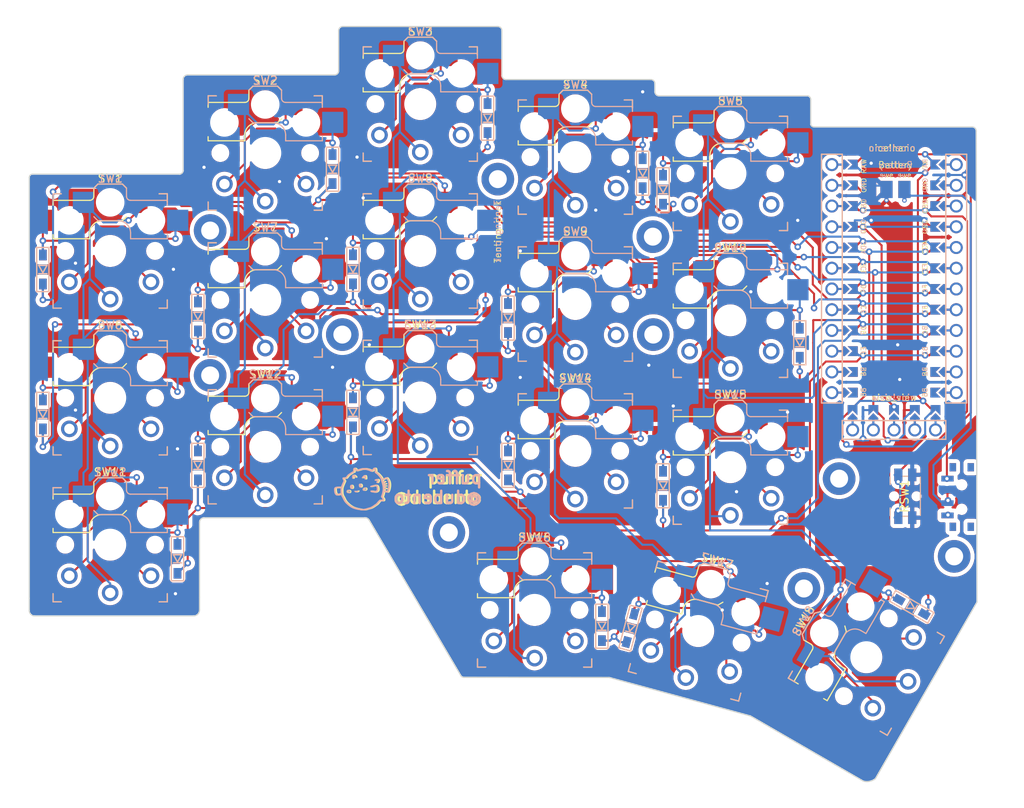
<source format=kicad_pcb>
(kicad_pcb (version 20240108) (generator "pcbnew") (generator_version "8.0")
  (title_block (title "puffer") (date "2024-06-26") (rev "1.0") (company "dubento"))
  (layers (0 "F.Cu" signal) (31 "B.Cu" signal) (34 "B.Paste" user) (35 "F.Paste" user) (36 "B.SilkS" user "B.Silkscreen") (37 "F.SilkS" user "F.Silkscreen") (38 "B.Mask" user) (39 "F.Mask" user) (44 "Edge.Cuts" user))
  (net 0 "")
  (net 1 "row0")
  (net 2 "row1")
  (net 3 "row2")
  (net 4 "row3")
  (net 5 "GND")
  (net 6 "VCC")
  (net 7 "col0")
  (net 8 "col1")
  (net 9 "col2")
  (net 10 "col3")
  (net 11 "col4")
  (net 12 "Net-(BT1-+)")
  (net 13 "Net-(D1-A)")
  (net 14 "reset")
  (net 15 "Net-(D2-A)")
  (net 16 "Net-(D3-A)")
  (net 17 "Net-(D4-A)")
  (net 18 "Net-(D5-A)")
  (net 19 "Net-(D6-A)")
  (net 20 "Net-(D7-A)")
  (net 21 "Net-(D8-A)")
  (net 22 "Net-(D9-A)")
  (net 23 "Net-(D10-A)")
  (net 24 "Net-(D11-A)")
  (net 25 "Net-(D12-A)")
  (net 26 "Net-(D13-A)")
  (net 27 "Net-(D14-A)")
  (net 28 "Net-(D15-A)")
  (net 29 "Net-(D16-A)")
  (net 30 "Net-(D17-A)")
  (net 31 "Net-(D18-A)")
  (net 32 "MOSI")
  (net 33 "SCK")
  (net 34 "unconnected-(PWR_SW1-A-Pad1)")
  (net 35 "vbat")
  (net 36 "CS")
  (footprint "kbd:D3_SMD" (layer "F.Cu") (at 73.75 71.275 90)
    (property "Reference" "D1" (hide yes))
    (property "Value" "D" (hide yes))
  )
  (footprint "kbd:D3_SMD" (layer "F.Cu") (at 109.25 58.975 90)
    (property "Reference" "D2" (hide yes))
    (property "Value" "D" (hide yes))
  )
  (footprint "kbd:D3_SMD" (layer "F.Cu") (at 128.25 52.725 90)
    (property "Reference" "D3" (hide yes))
    (property "Value" "D" (hide yes))
  )
  (footprint "kbd:D3_SMD" (layer "F.Cu") (at 147.25 59.475 90)
    (property "Reference" "D4" (hide yes))
    (property "Value" "D" (hide yes))
  )
  (footprint "kbd:D3_SMD" (layer "F.Cu") (at 149.75 61.5 90)
    (property "Reference" "D5" (hide yes))
    (property "Value" "D" (hide yes))
  )
  (footprint "kbd:D3_SMD" (layer "F.Cu") (at 73.75 89.025 90)
    (property "Reference" "D6" (hide yes))
    (property "Value" "D" (hide yes))
  )
  (footprint "kbd:D3_SMD" (layer "F.Cu") (at 92.75 77.025 90)
    (property "Reference" "D7" (hide yes))
    (property "Value" "D" (hide yes))
  )
  (footprint "kbd:D3_SMD" (layer "F.Cu") (at 111.75 71.25 90)
    (property "Reference" "D8" (hide yes))
    (property "Value" "D" (hide yes))
  )
  (footprint "kbd:D3_SMD" (layer "F.Cu") (at 130.75 77.225 90)
    (property "Reference" "D9" (hide yes))
    (property "Value" "D" (hide yes))
  )
  (footprint "kbd:D3_SMD" (layer "F.Cu") (at 166.5 80.25 90)
    (property "Reference" "D10" (hide yes))
    (property "Value" "D" (hide yes))
  )
  (footprint "kbd:D3_SMD" (layer "F.Cu") (at 90.25 106.725 90)
    (property "Reference" "D11" (hide yes))
    (property "Value" "D" (hide yes))
  )
  (footprint "kbd:D3_SMD" (layer "F.Cu") (at 92.75 95.275 90)
    (property "Reference" "D12" (hide yes))
    (property "Value" "D" (hide yes))
  )
  (footprint "kbd:D3_SMD" (layer "F.Cu") (at 111.75 88.775 90)
    (property "Reference" "D13" (hide yes))
    (property "Value" "D" (hide yes))
  )
  (footprint "kbd:D3_SMD" (layer "F.Cu") (at 130.75 95.275 90)
    (property "Reference" "D14" (hide yes))
    (property "Value" "D" (hide yes))
  )
  (footprint "kbd:D3_SMD" (layer "F.Cu") (at 149.75 97.775 90)
    (property "Reference" "D15" (hide yes))
    (property "Value" "D" (hide yes))
  )
  (footprint "kbd:D3_SMD" (layer "F.Cu") (at 142.25 114.975 90)
    (property "Reference" "D16" (hide yes))
    (property "Value" "D" (hide yes))
  )
  (footprint "kbd:D3_SMD" (layer "F.Cu") (at 145.75 115.214518 75)
    (property "Reference" "D17" (hide yes))
    (property "Value" "D" (hide yes))
  )
  (footprint "kbd:D3_SMD" (layer "F.Cu") (at 180.212805 112.6125 150)
    (property "Reference" "D18" (hide yes))
    (property "Value" "D" (hide yes))
  )
  (footprint "keyswitches:Kailh_socket_PG1350_optional_reversible_expanded" (layer "F.Cu") (at 82 69)
    (property "Reference" "SW1")
    (property "Value" "SW_PUSH")
  )
  (footprint "keyswitches:Kailh_socket_PG1350_optional_reversible_expanded" (layer "F.Cu") (at 101 57)
    (property "Reference" "SW2")
    (property "Value" "SW_PUSH")
  )
  (footprint "keyswitches:Kailh_socket_PG1350_optional_reversible_expanded" (layer "F.Cu") (at 120 51)
    (property "Reference" "SW3")
    (property "Value" "SW_PUSH")
  )
  (footprint "keyswitches:Kailh_socket_PG1350_optional_reversible_expanded" (layer "F.Cu") (at 139 57.5)
    (property "Reference" "SW4")
    (property "Value" "SW_PUSH")
  )
  (footprint "keyswitches:Kailh_socket_PG1350_optional_reversible_expanded" (layer "F.Cu") (at 158 59.5)
    (property "Reference" "SW5")
    (property "Value" "SW_PUSH")
  )
  (footprint "keyswitches:Kailh_socket_PG1350_optional_reversible_expanded" (layer "F.Cu") (at 82 87)
    (property "Reference" "SW6")
    (property "Value" "SW_PUSH")
  )
  (footprint "keyswitches:Kailh_socket_PG1350_optional_reversible_expanded" (layer "F.Cu") (at 101 75)
    (property "Reference" "SW7")
    (property "Value" "SW_PUSH")
  )
  (footprint "keyswitches:Kailh_socket_PG1350_optional_reversible_expanded" (layer "F.Cu") (at 120 69)
    (property "Reference" "SW8")
    (property "Value" "SW_PUSH")
  )
  (footprint "keyswitches:Kailh_socket_PG1350_optional_reversible_expanded" (layer "F.Cu") (at 139 75.5)
    (property "Reference" "SW9")
    (property "Value" "SW_PUSH")
  )
  (footprint "keyswitches:Kailh_socket_PG1350_optional_reversible_expanded" (layer "F.Cu") (at 158 77.5)
    (property "Reference" "SW10")
    (property "Value" "SW_PUSH")
  )
  (footprint "keyswitches:Kailh_socket_PG1350_optional_reversible_expanded" (layer "F.Cu") (at 82 105)
    (property "Reference" "SW11")
    (property "Value" "SW_PUSH")
  )
  (footprint "keyswitches:Kailh_socket_PG1350_optional_reversible_expanded" (layer "F.Cu") (at 101 93)
    (property "Reference" "SW12")
    (property "Value" "SW_PUSH")
  )
  (footprint "keyswitches:Kailh_socket_PG1350_optional_reversible_expanded" (layer "F.Cu") (at 120 86.95)
    (property "Reference" "SW13")
    (property "Value" "SW_PUSH")
  )
  (footprint "keyswitches:Kailh_socket_PG1350_optional_reversible_expanded" (layer "F.Cu") (at 139 93.5)
    (property "Reference" "SW14")
    (property "Value" "SW_PUSH")
  )
  (footprint "keyswitches:Kailh_socket_PG1350_optional_reversible_expanded" (layer "F.Cu") (at 158 95.5)
    (property "Reference" "SW15")
    (property "Value" "SW_PUSH")
  )
  (footprint "keyswitches:Kailh_socket_PG1350_optional_reversible" (layer "F.Cu") (at 134.01 112.99)
    (property "Reference" "SW16")
    (property "Value" "SW_PUSH")
  )
  (footprint "keyswitches:Kailh_socket_PG1350_optional_reversible" (layer "F.Cu") (at 154.06 115.58 -15)
    (property "Reference" "SW17")
    (property "Value" "SW_PUSH")
  )
  (footprint "keyswitches:Kailh_socket_PG1350_optional_reversible" (layer "F.Cu") (at 174.66 118.79 60)
    (property "Reference" "SW18")
    (property "Value" "SW_PUSH")
  )
  (footprint "kbd:LEGO_HOLE" (layer "F.Cu") (at 171.323 96.901)
    (property "Reference" "h2" (hide yes))
    (property "Value" "h2")
  )
  (footprint "kbd:LEGO_HOLE" (layer "F.Cu") (at 185.42 106.426)
    (property "Reference" "H1" (hide yes))
    (property "Value" "h1")
  )
  (footprint "kbd:LEGO_HOLE" (layer "F.Cu") (at 94.25 66.5)
    (property "Reference" "h6" (hide yes))
    (property "Value" "h6")
  )
  (footprint "kbd:LEGO_HOLE" (layer "F.Cu") (at 148.5 67.25)
    (property "Reference" "h7" (hide yes))
    (property "Value" "h7")
  )
  (footprint "kbd:LEGO_HOLE" (layer "F.Cu") (at 123.5 103.5)
    (property "Reference" "h4" (hide yes))
    (property "Value" "h4")
  )
  (footprint "kbd:LEGO_HOLE" (layer "F.Cu") (at 167.005 110.363)
    (property "Reference" "h3" (hide yes))
    (property "Value" "h3")
  )
  (footprint "kbd:LEGO_HOLE" (layer "F.Cu") (at 94.25 84.25)
    (property "Reference" "h5" (hide yes))
    (property "Value" "h5")
  )
  (footprint "dumta:power_switch_padreverse" (layer "F.Cu") (at 186.352 99.154 90)
    (property "Reference" "PWR_SW1" (hide yes))
    (property "Value" "SW_SPDT")
  )
  (footprint "swoop:Tenting_puck" (layer "F.Cu") (at 129.5 79.25)
    (property "Reference" "PUCK1")
    (property "Value" "SYM_Arrow45_Small")
  )
  (footprint "dumta:ProMicro_jumpers" (layer "F.Cu") (at 178.054 72.39)
    (property "Reference" "U1" (hide yes))
    (property "Value" "nice_nano")
  )
  (footprint "dumta:pufferImage7noBalloonLookLeft" (layer "F.Cu") (at 113 98)
    (property "Reference" "G***" (hide yes))
    (property "Value" "LOGO" (hide yes))
  )
  (footprint "dumta:Panasonic_EVQPUL_EVQPUC_reversible" (layer "F.Cu") (at 179.429 99.06 90)
    (property "Reference" "RSW1")
    (property "Value" "SW_PUSH")
  )
  (footprint "dumta:nice_view_jumpers" (layer "F.Cu") (at 178.054 90.932)
    (property "Reference" "J2" (hide yes))
    (property "Value" "nice_view")
  )
  (footprint "dumta:Battery_pads_reversible" (layer "F.Cu") (at 178.224 61.468 180)
    (property "Reference" "BT1" (hide yes))
    (property "Value" "Battery_Cell")
  )
  (footprint "dumta:pufferImage7noBalloon" (layer "B.Cu") (at 113 98 180)
    (property "Reference" "G***" (hide yes))
    (property "Value" "LOGO" (hide yes))
  )
  (gr_line (start 187.62 53.805) (end 168.25 53.805) (stroke (width 0.15)) (layer "Edge.Cuts"))
  (gr_line (start 72.5 59.5896) (end 90.50009 59.5896) (stroke (width 0.15)) (layer "Edge.Cuts"))
  (gr_line (start 175.768 133.6548) (end 188.214 112.014) (stroke (width 0.15)) (layer "Edge.Cuts"))
  (gr_line (start 160.4772 125.984) (end 174.288668 133.9596) (stroke (width 0.15)) (layer "Edge.Cuts"))
  (gr_line (start 125.3744 121.240811) (end 143.1544 121.2596) (stroke (width 0.15)) (layer "Edge.Cuts"))
  (gr_arc (start 167.496994 50.000001) (mid 167.735752 50.153441) (end 167.841777 50.416705) (stroke (width 0.15)) (layer "Edge.Cuts"))
  (gr_arc (start 168.249893 53.802573) (mid 167.985031 53.717543) (end 167.839428 53.480516) (stroke (width 0.15)) (layer "Edge.Cuts"))
  (gr_line (start 167.496994 50) (end 149.25 50) (stroke (width 0.15)) (layer "Edge.Cuts"))
  (gr_arc (start 90.944826 47.985973) (mid 91.107435 47.593412) (end 91.500002 47.430819) (stroke (width 0.15)) (layer "Edge.Cuts"))
  (gr_line (start 129.5 41.5) (end 110.5 41.500047) (stroke (width 0.15)) (layer "Edge.Cuts"))
  (gr_line (start 130 47.5172) (end 130 42) (stroke (width 0.15)) (layer "Edge.Cuts"))
  (gr_line (start 148.25 48) (end 130.5 48) (stroke (width 0.15)) (layer "Edge.Cuts"))
  (gr_line (start 148.75 49.5) (end 148.75 48.5) (stroke (width 0.15)) (layer "Edge.Cuts"))
  (gr_line (start 90.944826 47.985973) (end 90.943153 59.146447) (stroke (width 0.15)) (layer "Edge.Cuts"))
  (gr_line (start 109.5 47.430819) (end 91.500002 47.430819) (stroke (width 0.15)) (layer "Edge.Cuts"))
  (gr_line (start 110 42) (end 109.999999 46.978633) (stroke (width 0.15)) (layer "Edge.Cuts"))
  (gr_arc (start 109.999999 46.978633) (mid 109.837834 47.302501) (end 109.5 47.433101) (stroke (width 0.15)) (layer "Edge.Cuts"))
  (gr_arc (start 110 42) (mid 110.146463 41.646477) (end 110.5 41.500047) (stroke (width 0.15)) (layer "Edge.Cuts"))
  (gr_arc (start 129.5 41.5) (mid 129.853553 41.646447) (end 130 42) (stroke (width 0.15)) (layer "Edge.Cuts"))
  (gr_arc (start 130.5 48.000295) (mid 130.152372 47.859792) (end 130.000001 47.5172) (stroke (width 0.15)) (layer "Edge.Cuts"))
  (gr_arc (start 148.25 48) (mid 148.603546 48.146448) (end 148.75 48.5) (stroke (width 0.15)) (layer "Edge.Cuts"))
  (gr_arc (start 149.25 50) (mid 148.89644 49.853555) (end 148.75 49.5) (stroke (width 0.15)) (layer "Edge.Cuts"))
  (gr_arc (start 187.62 53.805) (mid 187.973553 53.951447) (end 188.12 54.305) (stroke (width 0.15)) (layer "Edge.Cuts"))
  (gr_line (start 93.503484 101.694057) (end 113.191467 101.694057) (stroke (width 0.15)) (layer "Edge.Cuts"))
  (gr_line (start 92.947364 111.432871) (end 92.947364 102.25) (stroke (width 0.15)) (layer "Edge.Cuts"))
  (gr_arc (start 113.191467 101.694057) (mid 113.518558 101.759719) (end 113.749999 102) (stroke (width 0.15)) (layer "Edge.Cuts"))
  (gr_arc (start 125.3744 121.240811) (mid 125.184464 121.206306) (end 125.0188 121.1072) (stroke (width 0.15)) (layer "Edge.Cuts"))
  (gr_arc (start 175.768 133.6548) (mid 175.064863 133.984494) (end 174.288668 133.959599) (stroke (width 0.15)) (layer "Edge.Cuts"))
  (gr_line (start 72.0896 60) (end 72.0896 111.561571) (stroke (width 0.15)) (layer "Edge.Cuts"))
  (gr_arc (start 90.943153 59.146447) (mid 90.813388 59.459772) (end 90.50009 59.5896) (stroke (width 0.15)) (layer "Edge.Cuts"))
  (gr_line (start 188.12 54.305) (end 188.214 112.014) (stroke (width 0.15)) (layer "Edge.Cuts"))
  (gr_line (start 92.947363 113) (end 92.947364 111.432871) (stroke (width 0.15)) (layer "Edge.Cuts"))
  (gr_arc (start 92.947364 102.25) (mid 93.110454 101.858005) (end 93.503463 101.697375) (stroke (width 0.15)) (layer "Edge.Cuts"))
  (gr_arc (start 92.947361 113) (mid 92.728492 113.508844) (end 92.215971 113.718959) (stroke (width 0.15)) (layer "Edge.Cuts"))
  (gr_line (start 167.839428 50.41688) (end 167.839428 53.480516) (stroke (width 0.15)) (layer "Edge.Cuts"))
  (gr_line (start 72.089575 113.058559) (end 72.0896 111.561571) (stroke (width 0.15)) (layer "Edge.Cuts"))
  (gr_line (start 113.749999 102) (end 125.0188 121.1072) (stroke (width 0.15)) (layer "Edge.Cuts"))
  (gr_arc (start 72.0896 60) (mid 72.209803 59.709803) (end 72.5 59.5896) (stroke (width 0.15)) (layer "Edge.Cuts"))
  (gr_line (start 72.749975 113.718959) (end 92.215971 113.718959) (stroke (width 0.15)) (layer "Edge.Cuts"))
  (gr_line (start 143.1544 121.2596) (end 160.4772 125.984) (stroke (width 0.15)) (layer "Edge.Cuts"))
  (gr_arc (start 72.749975 113.718959) (mid 72.283002 113.525532) (end 72.089575 113.058559) (stroke (width 0.15)) (layer "Edge.Cuts"))
  (gr_text "puffer\n@dubento" (at 127.76 98 0) (layer "B.SilkS") (effects (font (size 1.5 1.5) (thickness 0.3)) (justify left mirror)))
  (gr_text "nice!nano" (at 177.8 56.388 0) (layer "B.SilkS") (effects (font (size 0.8 0.8) (thickness 0.1)) (justify mirror)))
  (gr_text "puffer\n@dubento" (at 127.75 98 0) (layer "F.SilkS") (effects (font (size 1.5 1.5) (thickness 0.3)) (justify right)))
  (gr_text "nice!nano" (at 177.8 56.388 0) (layer "F.SilkS") (effects (font (size 0.8 0.8) (thickness 0.1))))
  (segment (start 150.725 64.25) (end 149.5 64.25) (width 0.25) (layer "F.Cu") (net 1))
  (segment (start 93 63) (end 90.75 60.75) (width 0.25) (layer "F.Cu") (net 1))
  (segment (start 168.0972 73.1012) (end 168.0972 68.5972) (width 0.25) (layer "F.Cu") (net 1))
  (segment (start 142.75 65.5) (end 145.25 63) (width 0.25) (layer "F.Cu") (net 1))
  (segment (start 169.926 74.93) (end 168.0972 73.1012) (width 0.25) (layer "F.Cu") (net 1))
  (segment (start 150.725 64.25) (end 150.725 63.525) (width 0.25) (layer "F.Cu") (net 1))
  (segment (start 145.25 63) (end 147.25 63) (width 0.25) (layer "F.Cu") (net 1))
  (segment (start 126 58.5) (end 128.25 56.25) (width 0.25) (layer "F.Cu") (net 1))
  (segment (start 147 61.25) (end 147.25 61.25) (width 0.25) (layer "F.Cu") (net 1))
  (segment (start 126 60.75) (end 130.75 65.5) (width 0.25) (layer "F.Cu") (net 1))
  (segment (start 168.0972 68.5972) (end 166.5 67) (width 0.25) (layer "F.Cu") (net 1))
  (segment (start 149.5 64.25) (end 148.25 63) (width 0.25) (layer "F.Cu") (net 1))
  (segment (start 105.5 64.75) (end 100 64.75) (width 0.25) (layer "F.Cu") (net 1))
  (segment (start 76 60.75) (end 75 61.75) (width 0.25) (layer "F.Cu") (net 1))
  (segment (start 107.5 62.75) (end 107.5 62.5) (width 0.25) (layer "F.Cu") (net 1))
  (segment (start 109.5 62.75) (end 112.75 59.5) (width 0.25) (layer "F.Cu") (net 1))
  (segment (start 150.725 63.525) (end 151 63.25) (width 0.25) (layer "F.Cu") (net 1))
  (segment (start 174.244 74.168) (end 173.482 74.93) (width 0.25) (layer "F.Cu") (net 1))
  (segment (start 128.25 56.25) (end 128.25 54.5) (width 0.25) (layer "F.Cu") (net 1))
  (segment (start 151 63.25) (end 149.775 63.25) (width 0.25) (layer "F.Cu") (net 1))
  (segment (start 107.5 62.5) (end 109.25 60.75) (width 0.25) (layer "F.Cu") (net 1))
  (segment (start 73.75 73.05) (end 73.75 75) (width 0.25) (layer "F.Cu") (net 1))
  (segment (start 147.25 63) (end 147.25 61.25) (width 0.25) (layer "F.Cu") (net 1))
  (segment (start 124.75 59.5) (end 126 60.75) (width 0.25) (layer "F.Cu") (net 1))
  (segment (start 148.25 63) (end 147.25 63) (width 0.25) (layer "F.Cu") (net 1))
  (segment (start 130.75 65.5) (end 142.75 65.5) (width 0.25) (layer "F.Cu") (net 1))
  (segment (start 173.482 74.93) (end 169.926 74.93) (width 0.25) (layer "F.Cu") (net 1))
  (segment (start 98.25 63) (end 93 63) (width 0.25) (layer "F.Cu") (net 1))
  (segment (start 153.475 67) (end 150.725 64.25) (width 0.25) (layer "F.Cu") (net 1))
  (segment (start 112.75 59.5) (end 124.75 59.5) (width 0.25) (layer "F.Cu") (net 1))
  (segment (start 166.5 67) (end 153.475 67) (width 0.25) (layer "F.Cu") (net 1))
  (segment (start 182.372 74.168) (end 182.88 73.66) (width 0.25) (layer "F.Cu") (net 1))
  (segment (start 181.864 74.168) (end 182.372 74.168) (width 0.25) (layer "F.Cu") (net 1))
  (segment (start 90.75 60.75) (end 76 60.75) (width 0.25) (layer "F.Cu") (net 1))
  (segment (start 149.775 63.25) (end 149.75 63.275) (width 0.25) (layer "F.Cu") (net 1))
  (segment (start 126 60.75) (end 126 58.5) (width 0.25) (layer "F.Cu") (net 1))
  (segment (start 107.5 62.75) (end 105.5 64.75) (width 0.25) (layer "F.Cu") (net 1))
  (segment (start 107.5 62.75) (end 109.5 62.75) (width 0.25) (layer "F.Cu") (net 1))
  (segment (start 100 64.75) (end 98.25 63) (width 0.25) (layer "F.Cu") (net 1))
  (via (at 128.25 56.25) (size 0.8) (drill 0.4) (layers "F.Cu" "B.Cu") (net 1))
  (via (at 174.244 74.168) (size 0.8) (drill 0.4) (layers "F.Cu" "B.Cu") (net 1))
  (via (at 151 63.25) (size 0.8) (drill 0.4) (layers "F.Cu" "B.Cu") (net 1))
  (via (at 73.75 75) (size 0.8) (drill 0.4) (layers "F.Cu" "B.Cu") (net 1))
  (via (at 181.864 74.168) (size 0.8) (drill 0.4) (layers "F.Cu" "B.Cu") (net 1))
  (via (at 147.25 63) (size 0.8) (drill 0.4) (layers "F.Cu" "B.Cu") (net 1))
  (via (at 75 61.75) (size 0.8) (drill 0.4) (layers "F.Cu" "B.Cu") (net 1))
  (via (at 107.5 62.75) (size 0.8) (drill 0.4) (layers "F.Cu" "B.Cu") (net 1))
  (segment (start 74.75 75) (end 73.75 75) (width 0.25) (layer "B.Cu") (net 1))
  (segment (start 73.75 75) (end 73.75 73.05) (width 0.25) (layer "B.Cu") (net 1))
  (segment (start 75 61.75) (end 75 74.75) (width 0.25) (layer "B.Cu") (net 1))
  (segment (start 75 74.75) (end 74.75 75) (width 0.25) (layer "B.Cu") (net 1))
  (segment (start 151 63.25) (end 149.775 63.25) (width 0.25) (layer "B.Cu") (net 1))
  (segment (start 107.5 62.5) (end 109.25 60.75) (width 0.25) (layer "B.Cu") (net 1))
  (segment (start 147.25 63) (end 147.25 61.25) (width 0.25) (layer "B.Cu") (net 1))
  (segment (start 128.25 56.25) (end 128.25 54.5) (width 0.25) (layer "B.Cu") (net 1))
  (segment (start 174.244 74.168) (end 173.736 74.168) (width 0.25) (layer "B.Cu") (net 1))
  (segment (start 149.775 63.25) (end 149.75 63.275) (width 0.25) (layer "B.Cu") (net 1))
  (segment (start 107.5 62.75) (end 107.5 62.5) (width 0.25) (layer "B.Cu") (net 1))
  (segment (start 181.864 74.168) (end 174.244 74.168) (width 0.25) (layer "B.Cu") (net 1))
  (segment (start 173.736 74.168) (end 173.228 73.66) (width 0.25) (layer "B.Cu") (net 1))
  (segment (start 130.75 81.25) (end 130.75 79) (width 0.25) (layer "F.Cu") (net 2))
  (segment (start 114.25 77.75) (end 111.75 75.25) (width 0.25) (layer "F.Cu") (net 2))
  (segment (start 109.5 75.25) (end 111.75 75.25) (width 0.25) (layer "F.Cu") (net 2))
  (segment (start 168.148 77.5) (end 168.148 80.25) (width 0.25) (layer "F.Cu") (net 2))
  (segment (start 133 81.25) (end 130.75 81.25) (width 0.25) (layer "F.Cu") (net 2))
  (segment (start 173.482 77.47) (end 174.244 76.708) (width 0.25) (layer "F.Cu") (net 2))
  (segment (start 92.75 81) (end 95 81) (width 0.25) (layer "F.Cu") (net 2))
  (segment (start 96.95 83) (end 107.75 83) (width 0.25) (layer "F.Cu") (net 2))
  (segment (start 92.75 81) (end 92.75 78.8) (width 0.25) (layer "F.Cu") (net 2))
  (segment (start 166.5 85.25) (end 137 85.25) (width 0.25) (layer "F.Cu") (net 2))
  (segment (start 168.178 77.47) (end 173.482 77.47) (width 0.25) (layer "F.Cu") (net 2))
  (segment (start 168.148 77.5) (end 168.178 77.47) (width 0.25) (layer "F.Cu") (net 2))
  (segment (start 111.725 73.025) (end 111.75 73.025) (width 0.25) (layer "F.Cu") (net 2))
  (segment (start 73.75 90.8) (end 73.75 93) (width 0.25) (layer "F.Cu") (net 2))
  (segment (start 107.75 83) (end 107.75 77) (width 0.25) (layer "F.Cu") (net 2))
  (segment (start 168.148 83.602) (end 168.148 80.25) (width 0.25) (layer "F.Cu") (net 2))
  (segment (start 181.864 76.708) (end 182.372 76.708) (width 0.25) (layer "F.Cu") (net 2))
  (segment (start 89.5 78) (end 75.25 78) (width 0.25) (layer "F.Cu") (net 2))
  (segment (start 182.372 76.708) (end 182.88 76.2) (width 0.25) (layer "F.Cu") (net 2))
  (segment (start 92.75 81) (end 92.5 81) (width 0.25) (layer "F.Cu") (net 2))
  (segment (start 166.5 83.75) (end 166.5 82.025) (width 0.25) (layer "F.Cu") (net 2))
  (segment (start 96.95 82.95) (end 96.95 83) (width 0.25) (layer "F.Cu") (net 2))
  (segment (start 166.5 85.25) (end 168.148 83.602) (width 0.25) (layer "F.Cu") (net 2))
  (segment (start 95 81) (end 96.95 82.95) (width 0.25) (layer "F.Cu") (net 2))
  (segment (start 111.75 75.25) (end 111.75 73.025) (width 0.25) (layer "F.Cu") (net 2))
  (segment (start 130.75 81.25) (end 128 78.5) (width 0.25) (layer "F.Cu") (net 2))
  (segment (start 137 85.25) (end 133 81.25) (width 0.25) (layer "F.Cu") (net 2))
  (segment (start 128 78.5) (end 128 77.75) (width 0.25) (layer "F.Cu") (net 2))
  (segment (start 107.75 77) (end 109.5 75.25) (width 0.25) (layer "F.Cu") (net 2))
  (segment (start 92.5 81) (end 89.5 78) (width 0.25) (layer "F.Cu") (net 2))
  (segment (start 166.5 85.25) (end 166.5 83.75) (width 0.25) (layer "F.Cu") (net 2))
  (segment (start 128 77.75) (end 114.25 77.75) (width 0.25) (layer "F.Cu") (net 2))
  (via (at 73.75 93) (size 0.8) (drill 0.4) (layers "F.Cu" "B.Cu") (net 2))
  (via (at 111.75 75.25) (size 0.8) (drill 0.4) (layers "F.Cu" "B.Cu") (net 2))
  (via (at 166.5 83.75) (size 0.8) (drill 0.4) (layers "F.Cu" "B.Cu") (net 2))
  (via (at 92.75 81) (size 0.8) (drill 0.4) (layers "F.Cu" "B.Cu") (net 2))
  (via (at 174.244 76.708) (size 0.8) (drill 0.4) (layers "F.Cu" "B.Cu") (net 2))
  (via (at 181.864 76.708) (size 0.8) (drill 0.4) (layers "F.Cu" "B.Cu") (net 2))
  (via (at 75.25 78) (size 0.8) (drill 0.4) (layers "F.Cu" "B.Cu") (net 2))
  (via (at 130.75 81.25) (size 0.8) (drill 0.4) (layers "F.Cu" "B.Cu") (net 2))
  (segment (start 174.244 76.708) (end 173.736 76.708) (width 0.25) (layer "B.Cu") (net 2))
  (segment (start 130.75 81.25) (end 130.75 79) (width 0.25) (layer "B.Cu") (net 2))
  (segment (start 181.864 76.708) (end 174.244 76.708) (width 0.25) (layer "B.Cu") (net 2))
  (segment (start 75 91.75) (end 73.75 93) (width 0.25) (layer "B.Cu") (net 2))
  (segment (start 73.75 93) (end 73.75 90.8) (width 0.25) (layer "B.Cu") (net 2))
  (segment (start 75.25 78) (end 75 78.25) (width 0.25) (layer "B.Cu") (net 2))
  (segment (start 75 78.25) (end 75 91.75) (width 0.25) (layer "B.Cu") (net 2))
  (segment (start 111.75 75.25) (end 111.75 73.025) (width 0.25) (layer "B.Cu") (net 2))
  (segment (start 92.75 81) (end 92.75 78.8) (width 0.25) (layer "B.Cu") (net 2))
  (segment (start 166.5 83.75) (end 166.5 82.025) (width 0.25) (layer "B.Cu") (net 2))
  (segment (start 73.95 91) (end 73.75 90.8) (width 0.25) (layer "B.Cu") (net 2))
  (segment (start 173.736 76.708) (end 173.228 76.2) (width 0.25) (layer "B.Cu") (net 2))
  (segment (start 130.25 98.5) (end 126.25 94.5) (width 0.25) (layer "F.Cu") (net 3))
  (segment (start 92.75 100.5) (end 92.75 97.05) (width 0.25) (layer "F.Cu") (net 3))
  (segment (start 132.2 98.5) (end 130.75 97.05) (width 0.25) (layer "F.Cu") (net 3))
  (segment (start 106 100.5) (end 92.75 100.5) (width 0.25) (layer "F.Cu") (net 3))
  (segment (start 111.5 95) (end 106 100.5) (width 0.25) (layer "F.Cu") (net 3))
  (segment (start 132.25 98.5) (end 130.25 98.5) (width 0.25) (layer "F.Cu") (net 3))
  (segment (start 162.75 103.25) (end 153.45 103.25) (width 0.25) (layer "F.Cu") (net 3))
  (segment (start 111.5 94.25) (end 111.5 90.8) (width 0.25) (layer "F.Cu") (net 3))
  (segment (start 91.5 101.75) (end 91.5 107.25) (width 0.25) (layer "F.Cu") (net 3))
  (segment (start 92.75 100.5) (end 91.5 101.75) (width 0.25) (layer "F.Cu") (net 3))
  (segment (start 136.95 103.25) (end 132.2 98.5) (width 0.25) (layer "F.Cu") (net 3))
  (segment (start 181.864 79.248) (end 182.372 79.248) (width 0.25) (layer "F.Cu") (net 3))
  (segment (start 111.5 94.25) (end 111.75 94.5) (width 0.25) (layer "F.Cu") (net 3))
  (segment (start 149.75 103.25) (end 149.75 102) (width 0.25) (layer "F.Cu") (net 3))
  (segment (start 91.5 107.25) (end 90.25 108.5) (width 0.25) (layer "F.Cu") (net 3))
  (segment (start 149.75 103.25) (end 136.95 103.25) (width 0.25) (layer "F.Cu") (net 3))
  (segment (start 111.5 90.8) (end 111.75 90.55) (width 0.25) (layer "F.Cu") (net 3))
  (segment (start 153.45 103.25) (end 149.75 103.25) (width 0.25) (layer "F.Cu") (net 3))
  (segment (start 164.25 101.75) (end 162.75 103.25) (width 0.25) (layer "F.Cu") (net 3))
  (segment (start 149.75 102) (end 149.75 99.55) (width 0.25) (layer "F.Cu") (net 3))
  (segment (start 111.75 94.5) (end 126.25 94.5) (width 0.25) (layer "F.Cu") (net 3))
  (segment (start 182.372 79.248) (end 182.88 78.74) (width 0.25) (layer "F.Cu") (net 3))
  (segment (start 132.25 98.5) (end 132.2 98.5) (width 0.25) (layer "F.Cu") (net 3))
  (segment (start 111.5 94.25) (end 111.5 95) (width 0.25) (layer "F.Cu") (net 3))
  (via (at 164.25 101.75) (size 0.8) (drill 0.4) (layers "F.Cu" "B.Cu") (net 3))
  (via (at 91.5 107.25) (size 0.8) (drill 0.4) (layers "F.Cu" "B.Cu") (net 3))
  (via (at 149.75 102) (size 0.8) (drill 0.4) (layers "F.Cu" "B.Cu") (net 3))
  (via (at 181.864 79.248) (size 0.8) (drill 0.4) (layers "F.Cu" "B.Cu") (net 3))
  (via (at 132.25 98.5) (size 0.8) (drill 0.4) (layers "F.Cu" "B.Cu") (net 3))
  (via (at 111.5 94.25) (size 0.8) (drill 0.4) (layers "F.Cu" "B.Cu") (net 3))
  (via (at 92.75 100.5) (size 0.8) (drill 0.4) (layers "F.Cu" "B.Cu") (net 3))
  (segment (start 169.545 80.01) (end 171.958 80.01) (width 0.25) (layer "B.Cu") (net 3))
  (segment (start 166.25 101.75) (end 168.725 99.275) (width 0.25) (layer "B.Cu") (net 3))
  (segment (start 168.725 80.83) (end 169.545 80.01) (width 0.25) (layer "B.Cu") (net 3))
  (segment (start 111.5 94.25) (end 111.5 90.8) (width 0.25) (layer "B.Cu") (net 3))
  (segment (start 173.736 79.248) (end 181.864 79.248) (width 0.25) (layer "B.Cu") (net 3))
  (segment (start 132.25 98.5) (end 130.8 97.05) (width 0.25) (layer "B.Cu") (net 3))
  (segment (start 171.958 80.01) (end 173.228 78.74) (width 0.25) (layer "B.Cu") (net 3))
  (segment (start 164.25 101.75) (end 166.25 101.75) (width 0.25) (layer "B.Cu") (net 3))
  (segment (start 92.75 100.5) (end 92.75 97.05) (width 0.25) (layer "B.Cu") (net 3))
  (segment (start 90.25 108.5) (end 91.5 107.25) (width 0.25) (layer "B.Cu") (net 3))
  (segment (start 130.8 97.05) (end 130.75 97.05) (width 0.25) (layer "B.Cu") (net 3))
  (segment (start 149.75 102) (end 149.75 99.55) (width 0.25) (layer "B.Cu") (net 3))
  (segment (start 111.5 90.8) (end 111.75 90.55) (width 0.25) (layer "B.Cu") (net 3))
  (segment (start 168.725 99.275) (end 168.725 80.83) (width 0.25) (layer "B.Cu") (net 3))
  (segment (start 173.228 78.74) (end 173.736 79.248) (width 0.25) (layer "B.Cu") (net 3))
  (segment (start 174.244 81.788) (end 173.482 82.55) (width 0.25) (layer "F.Cu") (net 4))
  (segment (start 168.75 83.5) (end 168.75 84) (width 0.25) (layer "F.Cu") (net 4))
  (segment (start 168.25 107) (end 178 107) (width 0.25) (layer "F.Cu") (net 4))
  (segment (start 182.88 81.28) (end 182.372 81.788) (width 0.25) (layer "F.Cu") (net 4))
  (segment (start 181.787195 110.787195) (end 181.787195 110.75) (width 0.25) (layer "F.Cu") (net 4))
  (segment (start 144.429036 116.929036) (end 145.290596 116.929036) (width 0.25) (layer "F.Cu") (net 4))
  (segment (start 145.11156 116.75) (end 145.290596 116.929036) (width 0.25) (layer "F.Cu") (net 4))
  (segment (start 144.25 107) (end 167.75 107) (width 0.25) (layer "F.Cu") (net 4))
  (segment (start 168.75 84) (end 167.75 85) (width 0.25) (layer "F.Cu") (net 4))
  (segment (start 178 107) (end 181.787195 110.787195) (width 0.25) (layer "F.Cu") (net 4))
  (segment (start 143.75 116.25) (end 143.25 116.75) (width 0.25) (layer "F.Cu") (net 4))
  (segment (start 143.75 116.25) (end 144.25 115.75) (width 0.25) (layer "F.Cu") (net 4))
  (segment (start 143.75 116.25) (end 144.429036 116.929036) (width 0.25) (layer "F.Cu") (net 4))
  (segment (start 143.25 116.75) (end 142.25 116.75) (width 0.25) (layer "F.Cu") (net 4))
  (segment (start 182.25 112) (end 182.25 113) (width 0.25) (layer "F.Cu") (net 4))
  (segment (start 182.372 81.788) (end 181.864 81.788) (width 0.25) (layer "F.Cu") (net 4))
  (segment (start 182.25 113) (end 181.75 113.5) (width 0.25) (layer "F.Cu") (net 4))
  (segment (start 169.7 82.55) (end 168.75 83.5) (width 0.25) (layer "F.Cu") (net 4))
  (segment (start 167.75 85) (end 167.75 107) (width 0.25) (layer "F.Cu") (net 4))
  (segment (start 181.787195 110.75) (end 182.25 111.212805) (width 0.25) (layer "F.Cu") (net 4))
  (segment (start 144.25 115.75) (end 144.25 107) (width 0.25) (layer "F.Cu") (net 4))
  (segment (start 167.75 107) (end 168.25 107) (width 0.25) (layer "F.Cu") (net 4))
  (segment (start 182.25 111.212805) (end 182.25 112) (width 0.25) (layer "F.Cu") (net 4))
  (segment (start 173.482 82.55) (end 169.7 82.55) (width 0.25) (layer "F.Cu") (net 4))
  (via (at 182.25 112) (size 0.8) (drill 0.4) (layers "F.Cu" "B.Cu") (net 4))
  (via (at 174.244 81.788) (size 0.8) (drill 0.4) (layers "F.Cu" "B.Cu") (net 4))
  (via (at 181.864 81.788) (size 0.8) (drill 0.4) (layers "F.Cu" "B.Cu") (net 4))
  (via (at 143.75 116.25) (size 0.8) (drill 0.4) (layers "F.Cu" "B.Cu") (net 4))
  (segment (start 143.25 116.75) (end 143.75 116.25) (width 0.25) (layer "B.Cu") (net 4))
  (segment (start 143.75 116.25) (end 144.429036 116.929036) (width 0.25) (layer "B.Cu") (net 4))
  (segment (start 173.228 81.28) (end 173.736 81.788) (width 0.25) (layer "B.Cu") (net 4))
  (segment (start 182.25 112) (end 182.25 113) (width 0.25) (layer "B.Cu") (net 4))
  (segment (start 174.244 81.788) (end 181.864 81.788) (width 0.25) (layer "B.Cu") (net 4))
  (segment (start 182.25 113) (end 181.75 113.5) (width 0.25) (layer "B.Cu") (net 4))
  (segment (start 142.25 116.75) (end 143.25 116.75) (width 0.25) (layer "B.Cu") (net 4))
  (segment (start 173.736 81.788) (end 174.244 81.788) (width 0.25) (layer "B.Cu") (net 4))
  (segment (start 144.429036 116.929036) (end 145.290596 116.929036) (width 0.25) (layer "B.Cu") (net 4))
  (segment (start 186.436 62.23) (end 186.944 61.722) (width 0.25) (layer "F.Cu") (net 5))
  (segment (start 186.944 59.944) (end 186.69 59.69) (width 0.25) (layer "F.Cu") (net 5))
  (segment (start 182.54 66.04) (end 181.75 65.25) (width 0.25) (layer "F.Cu") (net 5))
  (segment (start 182.753 63.5) (end 184.023 62.23) (width 0.25) (layer "F.Cu") (net 5))
  (segment (start 173.355 60.96) (end 174.145 61.75) (width 0.25) (layer "F.Cu") (net 5))
  (segment (start 182.753 66.04) (end 182.54 66.04) (width 0.25) (layer "F.Cu") (net 5))
  (segment (start 186.944 61.722) (end 186.944 59.944) (width 0.25) (layer "F.Cu") (net 5))
  (segment (start 180.226 88.5) (end 179.25 88.5) (width 0.25) (layer "F.Cu") (net 5))
  (segment (start 184.023 62.23) (end 186.436 62.23) (width 0.25) (layer "F.Cu") (net 5))
  (segment (start 174.145 61.75) (end 174.75 61.75) (width 0.25) (layer "F.Cu") (net 5))
  (segment (start 179.25 88.5) (end 179.25 92) (width 0.25) (layer "F.Cu") (net 5))
  (segment (start 180.594 88.132) (end 180.226 88.5) (width 0.25) (layer "F.Cu") (net 5))
  (via (at 186.69 59.69) (size 0.8) (drill 0.4) (layers "F.Cu" "B.Cu") (net 5))
  (via (at 148 83) (size 0.8) (drill 0.4) (layers "F.Cu" "B.Cu") (net 5))
  (via (at 157 113) (size 0.8) (drill 0.4) (layers "F.Cu" "B.Cu") (net 5))
  (via (at 160.5 74) (size 0.8) (drill 0.4) (layers "F.Cu" "B.Cu") (net 5))
  (via (at 102.75 60.5) (size 0.8) (drill 0.4) (layers "F.Cu" "B.Cu") (net 5))
  (via (at 165 88.75) (size 0.8) (drill 0.4) (layers "F.Cu" "B.Cu") (net 5))
  (via (at 108.5 67.5) (size 0.8) (drill 0.4) (layers "F.Cu" "B.Cu") (net 5))
  (via (at 162.5 109.75) (size 0.8) (drill 0.4) (layers "F.Cu" "B.Cu") (net 5))
  (via (at 112.25 57.5) (size 0.8) (drill 0.4) (layers "F.Cu" "B.Cu") (net 5))
  (via (at 178.75 84.75) (size 0.8) (drill 0.4) (layers "F.Cu" "B.Cu") (net 5))
  (via (at 145.5 59.25) (size 0.8) (drill 0.4) (layers "F.Cu" "B.Cu") (net 5))
  (via (at 132.25 84.5) (size 0.8) (drill 0.4) (layers "F.Cu" "B.Cu") (net 5))
  (via (at 109.25 83.25) (size 0.8) (drill 0.4) (layers "F.Cu" "B.Cu") (net 5))
  (via (at 147.25 49.5) (size 0.8) (drill 0.4) (layers "F.Cu" "B.Cu") (net 5))
  (via (at 89.75 71.25) (size 0.8) (drill 0.4) (layers "F.Cu" "B.Cu") (net 5))
  (via (at 77.75 88.5) (size 0.8) (drill 0.4) (layers "F.Cu" "B.Cu") (net 5))
  (via (at 141.5 64) (size 0.8) (drill 0.4) (layers "F.Cu" "B.Cu") (net 5))
  (via (at 175.25 58.25) (size 0.8) (drill 0.4) (layers "F.Cu" "B.Cu") (net 5))
  (via (at 113 62.5) (size 0.8) (drill 0.4) (layers "F.Cu" "B.Cu") (net 5))
  (via (at 113.75 80.5) (size 0.8) (drill 0.4) (layers "F.Cu" "B.Cu") (net 5))
  (via (at 77.75 70.5) (size 0.8) (drill 0.4) (layers "F.Cu" "B.Cu") (net 5))
  (via (at 90.25 93.25) (size 0.8) (drill 0.4) (layers "F.Cu" "B.Cu") (net 5))
  (via (at 174.25 92) (size 0.8) (drill 0.4) (layers "F.Cu" "B.Cu") (net 5))
  (via (at 178.5 80.5) (size 0.8) (drill 0.4) (layers "F.Cu" "B.Cu") (net 5))
  (via (at 181.75 65.25) (size 0.8) (drill 0.4) (layers "F.Cu" "B.Cu") (net 5))
  (via (at 175.25 65.25) (size 0.8) (drill 0.4) (layers "F.Cu" "B.Cu") (net 5))
  (via (at 166.25 65.25) (size 0.8) (drill 0.4) (layers "F.Cu" "B.Cu") (net 5))
  (via (at 93.5 58.75) (size 0.8) (drill 0.4) (layers "F.Cu" "B.Cu") (net 5))
  (via (at 151 88) (size 0.8) (drill 0.4) (layers "F.Cu" "B.Cu") (net 5))
  (via (at 90 111) (size 0.8) (drill 0.4) (layers "F.Cu" "B.Cu") (net 5))
  (via (at 132.25 69) (size 0.8) (drill 0.4) (layers "F.Cu" "B.Cu") (net 5))
  (via (at 158.75 98.5) (size 0.8) (drill 0.4) (layers "F.Cu" "B.Cu") (net 5))
  (segment (start 173.25 65.25) (end 175.25 65.25) (width 0.25) (layer "B.Cu") (net 5))
  (segment (start 176.656 61) (end 175.5 61) (width 0.25) (layer "B.Cu") (net 5))
  (segment (start 174.25 88.5) (end 174.25 92) (width 0.25) (layer "B.Cu") (net 5))
  (segment (start 173.355 66.04) (end 173.25 65.935) (width 0.25) (layer "B.Cu") (net 5))
  (segment (start 173.355 63.5) (end 173.5 63.5) (width 0.25) (layer "B.Cu") (net 5))
  (segment (start 175.514 88.132) (end 175.146 88.5) (width 0.25) (layer "B.Cu") (net 5))
  (segment (start 184.023 59.69) (end 186.69 59.69) (width 0.25) (layer "B.Cu") (net 5))
  (segment (start 175.146 88.5) (end 174.25 88.5) (width 0.25) (layer "B.Cu") (net 5))
  (segment (start 173.5 63.5) (end 174.5 62.5) (width 0.25) (layer "B.Cu") (net 5))
  (segment (start 173.25 65.935) (end 173.25 65.25) (width 0.25) (layer "B.Cu") (net 5))
  (segment (start 182.753 60.96) (end 184.023 59.69) (width 0.25) (layer "B.Cu") (net 5))
  (segment (start 176.53 86.5765) (end 176.53 68.326) (width 0.25) (layer "F.Cu") (net 6))
  (segment (start 173.228 66.04) (end 174.244 66.04) (width 0.25) (layer "F.Cu") (net 6))
  (segment (start 176.53 68.326) (end 174.244 66.04) (width 0.25) (layer "F.Cu") (net 6))
  (segment (start 178.054 88.1005) (end 176.53 86.5765) (width 0.25) (layer "F.Cu") (net 6))
  (via (at 174.244 66.04) (size 0.8) (drill 0.4) (layers "F.Cu" "B.Cu") (net 6))
  (via (at 178.054 88.1005) (size 0.8) (drill 0.4) (layers "F.Cu" "B.Cu") (net 6))
  (segment (start 174.244 66.04) (end 182.88 66.04) (width 0.25) (layer "B.Cu") (net 6))
  (segment (start 90.75 63.5) (end 98 63.5) (width 0.25) (layer "F.Cu") (net 7))
  (segment (start 113 60) (end 124.5 60) (width 0.25) (layer "F.Cu") (net 7))
  (segment (start 98 63.5) (end 100 65.5) (width 0.25) (layer "F.Cu") (net 7))
  (segment (start 124.5 60) (end 130.5 66) (width 0.25) (layer "F.Cu") (net 7))
  (segment (start 153.25 67.75) (end 165.5 67.75) (width 0.25) (layer "F.Cu") (net 7))
  (segment (start 85.275 63.05) (end 90.3 63.05) (width 0.25) (layer "F.Cu") (net 7))
  (segment (start 149.25 64.75) (end 150.25 64.75) (width 0.25) (layer "F.Cu") (net 7))
  (segment (start 107.5 65.5) (end 113 60) (width 0.25) (layer "F.Cu") (net 7))
  (segment (start 143 66) (end 145 64) (width 0.25) (layer "F.Cu") (net 7))
  (segment (start 90.3 63.05) (end 90.75 63.5) (width 0.25) (layer "F.Cu") (net 7))
  (segment (start 165.5 67.75) (end 166.25 68.5) (width 0.25) (layer "F.Cu") (net 7))
  (segment (start 84.25 65.25) (end 85.275 64.225) (width 0.25) (layer "F.Cu") (net 7))
  (segment (start 85.275 64.225) (end 85.275 63.05) (width 0.25) (layer "F.Cu") (net 7))
  (segment (start 85.125 80.9) (end 85.275 81.05) (width 0.25) (layer "F.Cu") (net 7))
  (segment (start 130.5 66) (end 143 66) (width 0.25) (layer "F.Cu") (net 7))
  (segment (start 85.25 99.025) (end 85.275 99.05) (width 0.25) (layer "F.Cu") (net 7))
  (segment (start 100 65.5) (end 107.5 65.5) (width 0.25) (layer "F.Cu") (net 7))
  (segment (start 174.244 67.818) (end 173.99 67.818) (width 0.25) (layer "F.Cu") (net 7))
  (segment (start 145 64) (end 148.5 64) (width 0.25) (layer "F.Cu") (net 7))
  (segment (start 148.5 64) (end 149.25 64.75) (width 0.25) (layer "F.Cu") (net 7))
  (segment (start 173.99 67.818) (end 173.228 68.58) (width 0.25) (layer "F.Cu") (net 7))
  (segment (start 85.125 79.125) (end 85.125 80.9) (width 0.25) (layer "F.Cu") (net 7))
  (segment (start 150.25 64.75) (end 153.25 67.75) (width 0.25) (layer "F.Cu") (net 7))
  (segment (start 85.25 96.75) (end 85.25 99.025) (width 0.25) (layer "F.Cu") (net 7))
  (via (at 166.25 68.5) (size 0.8) (drill 0.4) (layers "F.Cu" "B.Cu") (net 7))
  (via (at 174.244 67.818) (size 0.8) (drill 0.4) (layers "F.Cu" "B.Cu") (net 7))
  (via (at 85.125 79.125) (size 0.8) (drill 0.4) (layers "F.Cu" "B.Cu") (net 7))
  (via (at 85.25 96.75) (size 0.8) (drill 0.4) (layers "F.Cu" "B.Cu") (net 7))
  (via (at 84.25 65.25) (size 0.8) (drill 0.4) (layers "F.Cu" "B.Cu") (net 7))
  (segment (start 166.25 68.5) (end 167.5 67.25) (width 0.25) (layer "B.Cu") (net 7))
  (segment (start 82 92.9) (end 79.25 90.15) (width 0.25) (layer "B.Cu") (net 7))
  (segment (start 82 110.9) (end 82 109.75) (width 0.25) (layer "B.Cu") (net 7))
  (segment (start 83.5 77.5) (end 81 77.5) (width 0.25) (layer "B.Cu") (net 7))
  (segment (start 79.5 63.825) (end 78.725 63.05) (width 0.25) (layer "B.Cu") (net 7))
  (segment (start 85.25 96.75) (end 83.25 96.75) (width 0.25) (layer "B.Cu") (net 7))
  (segment (start 79.25 95.65) (end 79.25 90.15) (width 0.25) (layer "B.Cu") (net 7))
  (segment (start 78.725 96.175) (end 79.25 95.65) (width 0.25) (layer "B.Cu") (net 7))
  (segment (start 82.5 96) (end 81.75 96) (width 0.25) (layer "B.Cu") (net 7))
  (segment (start 79.25 99.575) (end 78.725 99.05) (width 0.25) (layer "B.Cu") (net 7))
  (segment (start 174.244 67.744) (end 174.244 67.818) (width 0.25) (layer "B.Cu") (net 7))
  (segment (start 78.725 99.025) (end 78.725 99.05) (width 0.25) (layer "B.Cu") (net 7))
  (segment (start 81.75 96) (end 78.725 99.025) (width 0.25) (layer "B.Cu") (net 7))
  (segment (start 78.725 79.775) (end 78.725 81.05) (width 0.25) (layer "B.Cu") (net 7))
  (segment (start 82 109.75) (end 79.25 107) (width 0.25) (layer "B.Cu") (net 7))
  (segment (start 85.125 79.125) (end 83.5 77.5) (width 0.25) (layer "B.Cu") (net 7))
  (segment (start 81 77.5) (end 78.725 79.775) (width 0.25) (layer "B.Cu") (net 7))
  (segment (start 83.25 96.75) (end 82.5 96) (width 0.25) (layer "B.Cu") (net 7))
  (segment (start 79.25 90.15) (end 79.25 81.575) (width 0.25) (layer "B.Cu") (net 7))
  (segment (start 78.725 73.175) (end 79.5 72.4) (width 0.25) (layer "B.Cu") (net 7))
  (segment (start 83 65.25) (end 82.75 65.5) (width 0.25) (layer "B.Cu") (net 7))
  (segment (start 78.725 81.05) (end 78.725 73.175) (width 0.25) (layer "B.Cu") (net 7))
  (segment (start 167.5 67.25) (end 173.75 67.25) (width 0.25) (layer "B.Cu") (net 7))
  (segment (start 81.175 65.5) (end 78.725 63.05) (width 0.25) (layer "B.Cu") (net 7))
  (segment (start 79.25 107) (end 79.25 99.575) (width 0.25) (layer "B.Cu") (net 7))
  (segment (start 173.75 67.25) (end 174.244 67.744) (width 0.25) (layer "B.Cu") (net 7))
  (segment (start 174.244 67.818) (end 182.118 67.818) (width 0.25) (layer "B.Cu") (net 7))
  (segment (start 79.5 72.4) (end 79.5 63.825) (width 0.25) (layer "B.Cu") (net 7))
  (segment (start 79.25 81.575) (end 78.725 81.05) (width 0.25) (layer "B.Cu") (net 7))
  (segment (start 82 74.9) (end 79.5 72.4) (width 0.25) (layer "B.Cu") (net 7))
  (segment (start 84.25 65.25) (end 83 65.25) (width 0.25) (layer "B.Cu") (net 7))
  (segment (start 82.75 65.5) (end 81.175 65.5) (width 0.25) (layer "B.Cu") (net 7))
  (segment (start 182.118 67.818) (end 182.88 68.58) (width 0.25) (layer "B.Cu") (net 7))
  (segment (start 78.725 99.05) (end 78.725 96.175) (width 0.25) (layer "B.Cu") (net 7))
  (segment (start 104.25 84.5) (end 104.25 87.025) (width 0.25) (layer "F.Cu") (net 8))
  (segment (start 144 66.75) (end 147.25 70) (width 0.25) (layer "F.Cu") (net 8))
  (segment (start 127 76.75) (end 127 67.75) (width 0.25) (layer "F.Cu") (net 8))
  (segment (start 127.25 67.5) (end 129.75 67.5) (width 0.25) (layer "F.Cu") (net 8))
  (segment (start 103.5 51.825) (end 104.275 51.05) (width 0.25) (layer "F.Cu") (net 8))
  (segment (start 129.75 67.5) (end 130.5 66.75) (width 0.25) (layer "F.Cu") (net 8))
  (segment (start 173.99 70.358) (end 173.228 71.12) (width 0.25) (layer "F.Cu") (net 8))
  (segment (start 166 69.75) (end 167 69.75) (width 0.25) (layer "F.Cu") (net 8))
  (segment (start 104.25 69.025) (end 104.275 69.05) (width 0.25) (layer "F.Cu") (net 8))
  (segment (start 114.75 76.25) (end 115.25 76.75) (width 0.25) (layer "F.Cu") (net 8))
  (segment (start 104.25 66.5) (end 104.25 69.025) (width 0.25) (layer "F.Cu") (net 8))
  (segment (start 147.25 70) (end 150.75 70) (width 0.25) (layer "F.Cu") (net 8))
  (segment (start 152.25 68.5) (end 164.75 68.5) (width 0.25) (layer "F.Cu") (net 8))
  (segment (start 115.25 76.75) (end 127 76.75) (width 0.25) (layer "F.Cu") (net 8))
  (segment (start 150.75 70) (end 152.25 68.5) (width 0.25) (layer "F.Cu") (net 8))
  (segment (start 104.25 87.025) (end 104.275 87.05) (width 0.25) (layer "F.Cu") (net 8))
  (segment (start 103.5 53.25) (end 103.5 51.825) (width 0.25) (layer "F.Cu") (net 8))
  (segment (start 127 67.75) (end 127.25 67.5) (width 0.25) (layer "F.Cu") (net 8))
  (segment (start 174.244 70.358) (end 173.99 70.358) (width 0.25) (layer "F.Cu") (net 8))
  (segment (start 164.75 68.5) (end 166 69.75) (width 0.25) (layer "F.Cu") (net 8))
  (segment (start 130.5 66.75) (end 144 66.75) (width 0.25) (layer "F.Cu") (net 8))
  (via (at 167 69.75) (size 0.8) (drill 0.4) (layers "F.Cu" "B.Cu") (net 8))
  (via (at 104.25 84.5) (size 0.8) (drill 0.4) (layers "F.Cu" "B.Cu") (net 8))
  (via (at 174.244 70.358) (size 0.8) (drill 0.4) (layers "F.Cu" "B.Cu") (net 8))
  (via (at 114.75 76.25) (size 0.8) (drill 0.4) (layers "F.Cu" "B.Cu") (net 8))
  (via (at 104.25 66.5) (size 0.8) (drill 0.4) (layers "F.Cu" "B.Cu") (net 8))
  (via (at 103.5 53.25) (size 0.8) (drill 0.4) (layers "F.Cu" "B.Cu") (net 8))
  (segment (start 108 76.25) (end 107.5 76.75) (width 0.25) (layer "B.Cu") (net 8))
  (segment (start 98.5 96.4) (end 98.5 87.825) (width 0.25) (layer "B.Cu") (net 8))
  (segment (start 102 84.25) (end 101.75 84.25) (width 0.25) (layer "B.Cu") (net 8))
  (segment (start 101.75 65.75) (end 103.5 65.75) (width 0.25) (layer "B.Cu") (net 8))
  (segment (start 174.244 70.358) (end 173.636 69.75) (width 0.25) (layer "B.Cu") (net 8))
  (segment (start 98.5 83.4) (end 98.5 77.75) (width 0.25) (layer "B.Cu") (net 8))
  (segment (start 102.25 53.25) (end 102 53.5) (width 0.25) (layer "B.Cu") (net 8))
  (segment (start 97.725 84.175) (end 98.5 83.4) (width 0.25) (layer "B.Cu") (net 8))
  (segment (start 98.5 60.4) (end 98.5 51.825) (width 0.25) (layer "B.Cu") (net 8))
  (segment (start 101 84.25) (end 101.75 84.25) (width 0.25) (layer "B.Cu") (net 8))
  (segment (start 104 84.25) (end 104.25 84.5) (width 0.25) (layer "B.Cu") (net 8))
  (segment (start 102 84.25) (end 104 84.25) (width 0.25) (layer "B.Cu") (net 8))
  (segment (start 100.175 53.5) (end 97.725 51.05) (width 0.25) (layer "B.Cu") (net 8))
  (segment (start 101 80.9) (end 101 80.25) (width 0.25) (layer "B.Cu") (net 8))
  (segment (start 98.5 77.75) (end 98.5 69.825) (width 0.25) (layer "B.Cu") (net 8))
  (segment (start 101 80.25) (end 98.5 77.75) (width 0.25) (layer "B.Cu") (net 8))
  (segment (start 107.5 76.75) (end 105.15 76.75) (width 0.25) (layer "B.Cu") (net 8))
  (segment (start 97.725 68.275) (end 100.25 65.75) (width 0.25) (layer "B.Cu") (net 8))
  (segment (start 114.75 76.25) (end 108 76.25) (width 0.25) (layer "B.Cu") (net 8))
  (segment (start 105.15 76.75) (end 103.25 78.65) (width 0.25) (layer "B.Cu") (net 8))
  (segment (start 102 53.5) (end 100.175 53.5) (width 0.25) (layer "B.Cu") (net 8))
  (segment (start 100.25 65.75) (end 101.75 65.75) (width 0.25) (layer "B.Cu") (net 8))
  (segment (start 98.5 51.825) (end 97.725 51.05) (width 0.25) (layer "B.Cu") (net 8))
  (segment (start 173.636 69.75) (end 167 69.75) (width 0.25) (layer "B.Cu") (net 8))
  (segment (start 103.25 83) (end 102 84.25) (width 0.25) (layer "B.Cu") (net 8))
  (segment (start 182.118 70.358) (end 182.88 71.12) (width 0.25) (layer "B.Cu") (net 8))
  (segment (start 98.5 69.825) (end 97.725 69.05) (width 0.25) (layer "B.Cu") (net 8))
  (segment (start 97.725 61.175) (end 97.725 69.05) (width 0.25) (layer "B.Cu") (net 8))
  (segment (start 98.5 87.825) (end 97.725 87.05) (width 0.25) (layer "B.Cu") (net 8))
  (segment (start 174.244 70.358) (end 182.118 70.358) (width 0.25) (layer "B.Cu") (net 8))
  (segment (start 98.5 60.4) (end 97.725 61.175) (width 0.25) (layer "B.Cu") (net 8))
  (segment (start 103.25 78.65) (end 103.25 83) (width 0.25) (layer "B.Cu") (net 8))
  (segment (start 103.5 65.75) (end 104.25 66.5) (width 0.25) (layer "B.Cu") (net 8))
  (segment (start 101 98.9) (end 98.5 96.4) (width 0.25) (layer "B.Cu") (net 8))
  (segment (start 97.725 69.05) (end 97.725 68.275) (width 0.25) (layer "B.Cu") (net 8))
  (segment (start 103.5 53.25) (end 102.25 53.25) (width 0.25) (layer "B.Cu") (net 8))
  (segment (start 100.525 84.25) (end 101 84.25) (width 0.25) (layer "B.Cu") (net 8))
  (segment (start 101 62.9) (end 98.5 60.4) (width 0.25) (layer "B.Cu") (net 8))
  (segment (start 97.725 87.05) (end 100.525 84.25) (width 0.25) (layer "B.Cu") (net 8))
  (segment (start 97.725 87.05) (end 97.725 84.175) (width 0.25) (layer "B.Cu") (net 8))
  (segment (start 130.75 67.25) (end 143.75 67.25) (width 0.25) (layer "F.Cu") (net 9))
  (segment (start 174.244 72.898) (end 173.99 72.898) (width 0.25) (layer "F.Cu") (net 9))
  (segment (start 166.25 71) (end 164.25 69) (width 0.25) (layer "F.Cu") (net 9))
  (segment (start 147 70.5) (end 151.5 70.5) (width 0.25) (layer "F.Cu") (net 9))
  (segment (start 123 62.775) (end 123.275 63.05) (width 0.25) (layer "F.Cu") (net 9))
  (segment (start 157 69) (end 153 69) (width 0.25) (layer "F.Cu") (net 9))
  (segment (start 137.25 107.005) (end 137.285 107.04) (width 0.25) (layer "F.Cu") (net 9))
  (segment (start 137.25 104.75) (end 137.25 107.005) (width 0.25) (layer "F.Cu") (net 9))
  (segment (start 122.5 47.25) (end 122.5 45.825) (width 0.25) (layer "F.Cu") (net 9))
  (segment (start 123 61) (end 123 62.775) (width 0.25) (layer "F.Cu") (net 9))
  (segment (start 123.5 80.775) (end 123.275 81) (width 0.25) (layer "F.Cu") (net 9))
  (segment (start 122.5 45.825) (end 123.275 45.05) (width 0.25) (layer "F.Cu") (net 9))
  (segment (start 123.5 78.5) (end 123.5 80.775) (width 0.25) (layer "F.Cu") (net 9))
  (segment (start 143.75 67.25) (end 147 70.5) (width 0.25) (layer "F.Cu") (net 9))
  (segment (start 151.5 70.5) (end 152.5 69.5) (width 0.25) (layer "F.Cu") (net 9))
  (segment (start 128 75) (end 128 68.25) (width 0.25) (layer "F.Cu") (net 9))
  (segment (start 173.99 72.898) (end 173.228 73.66) (width 0.25) (layer "F.Cu") (net 9))
  (segment (start 164.25 69) (end 157 69) (width 0.25) (layer "F.Cu") (net 9))
  (segment (start 128 68.25) (end 129.75 68.25) (width 0.25) (layer "F.Cu") (net 9))
  (segment (start 129.75 68.25) (end 130.75 67.25) (width 0.25) (layer "F.Cu") (net 9))
  (segment (start 153 69) (end 152.5 69.5) (width 0.25) (layer "F.Cu") (net 9))
  (via (at 123.5 78.5) (size 0.8) (drill 0.4) (layers "F.Cu" "B.Cu") (net 9))
  (via (at 122.5 47.25) (size 0.8) (drill 0.4) (layers "F.Cu" "B.Cu") (net 9))
  (via (at 166.25 71) (size 0.8) (drill 0.4) (layers "F.Cu" "B.Cu") (net 9))
  (via (at 123 61) (size 0.8) (drill 0.4) (layers "F.Cu" "B.Cu") (net 9))
  (via (at 128 75) (size 0.8) (drill 0.4) (layers "F.Cu" "B.Cu") (net 9))
  (via (at 137.25 104.75) (size 0.8) (drill 0.4) (layers "F.Cu" "B.Cu") (net 9))
  (via (at 174.244 72.898) (size 0.8) (drill 0.4) (layers "F.Cu" "B.Cu") (net 9))
  (segment (start 116.725 81) (end 116.725 77.5) (width 0.25) (layer "B.Cu") (net 9))
  (segment (start 117.5 54.4) (end 117.5 45.825) (width 0.25) (layer "B.Cu") (net 9))
  (segment (start 128 76.25) (end 126.75 77.5) (width 0.25) (layer "B.Cu") (net 9))
  (segment (start 117.5 63.825) (end 116.725 63.05) (width 0.25) (layer "B.Cu") (net 9))
  (segment (start 133.775 104) (end 130.735 107.04) (width 0.25) (layer "B.Cu") (net 9))
  (segment (start 130.735 107.04) (end 131.5 107.805) (width 0.25) (layer "B.Cu") (net 9))
  (segment (start 116.725 81) (end 119.225 78.5) (width 0.25) (layer "B.Cu") (net 9))
  (segment (start 131.5 107.805) (end 131.5 117.75) (width 0.25) (layer "B.Cu") (net 9))
  (segment (start 117.25 81.525) (end 116.725 81) (width 0.25) (layer "B.Cu") (net 9))
  (segment (start 117.25 90.1) (end 117.25 95) (width 0.25) (layer "B.Cu") (net 9))
  (segment (start 135.25 104) (end 133.775 104) (width 0.25) (layer "B.Cu") (net 9))
  (segment (start 120 56.9) (end 117.5 54.4) (width 0.25) (layer "B.Cu") (net 9))
  (segment (start 131.5 117.75) (end 132.64 118.89) (width 0.25) (layer "B.Cu") (net 9))
  (segment (start 116.725 77.5) (end 116.725 73.175) (width 0.25) (layer "B.Cu") (net 9))
  (segment (start 121.75 59.75) (end 123 61) (width 0.25) (layer "B.Cu") (net 9))
  (segment (start 116.725 45.725) (end 116.725 45.05) (width 0.25) (layer "B.Cu") (net 9))
  (segment (start 116.725 61.775) (end 118.75 59.75) (width 0.25) (layer "B.Cu") (net 9))
  (segment (start 167.25 71) (end 168.75 72.5) (width 0.25) (layer "B.Cu") (net 9))
  (segment (start 118.75 59.75) (end 121.5 59.75) (width 0.25) (layer "B.Cu") (net 9))
  (segment (start 128 75) (end 128 76.25) (width 0.25) (layer "B.Cu") (net 9))
  (segment (start 121.5 59.75) (end 121.75 59.75) (width 0.25) (layer "B.Cu") (net 9))
  (segment (start 119.225 78.5) (end 123.5 78.5) (width 0.25) (layer "B.Cu") (net 9))
  (segment (start 137.25 104.75) (end 136 104.75) (width 0.25) (layer "B.Cu") (net 9))
  (segment (start 136 104.75) (end 135.25 104) (width 0.25) (layer "B.Cu") (net 9))
  (segment (start 116.725 63.05) (end 116.725 61.775) (width 0.25) (layer "B.Cu") (net 9))
  (segment (start 122.5 47.25) (end 121.5 47.25) (width 0.25) (layer "B.Cu") (net 9))
  (segment (start 120 92.85) (end 117.25 90.1) (width 0.25) (layer "B.Cu") (net 9))
  (segment (start 120.75 48) (end 119 48) (width 0.25) (layer "B.Cu") (net 9))
  (segment (start 132.64 118.89) (end 134.01 118.89) (width 0.25) (layer "B.Cu") (net 9))
  (segment (start 121.5 47.25) (end 120.75 48) (width 0.25) (layer "B.Cu") (net 9))
  (segment (start 133.5 104.275) (end 133.5 101.75) (width 0.25) (layer "B.Cu") (net 9))
  (segment (start 117.25 90.1) (end 117.25 81.525) (width 0.25) (layer "B.Cu") (net 9))
  (segment (start 130.735 107.04) (end 133.5 104.275) (width 0.25) (layer "B.Cu") (net 9))
  (segment (start 116.725 63.05) (end 116.725 55.175) (width 0.25) (layer "B.Cu") (net 9))
  (segment (start 117.5 45.825) (end 116.725 45.05) (width 0.25) (layer "B.Cu") (net 9))
  (segment (start 116.725 55.175) (end 117.5 54.4) (width 0.25) (layer "B.Cu") (net 9))
  (segment (start 182.118 72.898) (end 182.88 73.66) (width 0.25) (layer "B.Cu") (net 9))
  (segment (start 116.725 73.175) (end 117.5 72.4) (width 0.25) (layer "B.Cu") (net 9))
  (segment (start 117.5 72.4) (end 117.5 63.825) (width 0.25) (layer "B.Cu") (net 9))
  (segment (start 174.244 72.898) (end 182.118 72.898) (width 0.25) (layer "B.Cu") (net 9))
  (segment (start 119 48) (end 116.725 45.725) (width 0.25) (layer "B.Cu") (net 9))
  (segment (start 173.846 72.5) (end 174.244 72.898) (width 0.25) (layer "B.Cu") (net 9))
  (segment (start 120 74.9) (end 117.5 72.4) (width 0.25) (layer "B.Cu") (net 9))
  (segment (start 133.5 101.75) (end 126.875 95.125) (width 0.25) (layer "B.Cu") (net 9))
  (segment (start 166.25 71) (end 167.25 71) (width 0.25) (layer "B.Cu") (net 9))
  (segment (start 168.75 72.5) (end 173.846 72.5) (width 0.25) (layer "B.Cu") (net 9))
  (segment (start 117.25 95) (end 126.75 95) (width 0.25) (layer "B.Cu") (net 9))
  (segment (start 126.75 77.5) (end 116.725 77.5) (width 0.25) (layer "B.Cu") (net 9))
  (segment (start 126.75 95) (end 126.875 95.125) (width 0.25) (layer "B.Cu") (net 9))
  (segment (start 141.5 89.75) (end 141.5 88.325) (width 0.25) (layer "F.Cu") (net 10))
  (segment (start 141.25 70.575) (end 142.275 69.55) (width 0.25) (layer "F.Cu") (net 10))
  (segment (start 158.76338 109.01338) (end 158.76338 110.680374) (width 0.25) (layer "F.Cu") (net 10))
  (segment (start 174.244 75.438) (end 173.99 75.438) (width 0.25) (layer "F.Cu") (net 10))
  (segment (start 145.25 69.5) (end 146.75 71) (width 0.25) (layer "F.Cu") (net 10))
  (segment (start 158 108.25) (end 158.76338 109.01338) (width 0.25) (layer "F.Cu") (net 10))
  (segment (start 153.5 69.5) (end 163.5 69.5) (width 0.25) (layer "F.Cu") (net 10))
  (segment (start 146.75 71) (end 152 71) (width 0.25) (layer "F.Cu") (net 10))
  (segment (start 152 71) (end 153.5 69.5) (width 0.25) (layer "F.Cu") (net 10))
  (segment (start 141.5 54) (end 141.5 52.325) (width 0.25) (layer "F.Cu") (net 10))
  (segment (start 168.25 74.25) (end 168.25 76) (width 0.25) (layer "F.Cu") (net 10))
  (segment (start 163.5 69.5) (end 168.25 74.25) (width 0.25) (layer "F.Cu") (net 10))
  (segment (start 141.25 71.5) (end 141.25 70.575) (width 0.25) (layer "F.Cu") (net 10))
  (segment (start 141.5 52.325) (end 142.275 51.55) (width 0.25) (layer "F.Cu") (net 10))
  (segment (start 141.5 88.325) (end 142.275 87.55) (width 0.25) (layer "F.Cu") (net 10))
  (segment (start 142.75 69.5) (end 145.25 69.5) (width 0.25) (layer "F.Cu") (net 10))
  (segment (start 173.99 75.438) (end 173.228 76.2) (width 0.25) (layer "F.Cu") (net 10))
  (via (at 141.5 54) (size 0.8) (drill 0.4) (layers "F.Cu" "B.Cu") (net 10))
  (via (at 174.244 75.438) (size 0.8) (drill 0.4) (layers "F.Cu" "B.Cu") (net 10))
  (via (at 141.25 71.5) (size 0.8) (drill 0.4) (layers "F.Cu" "B.Cu") (net 10))
  (via (at 158 108.25) (size 0.8) (drill 0.4) (layers "F.Cu" "B.Cu") (net 10))
  (via (at 168.25 76) (size 0.8) (drill 0.4) (layers "F.Cu" "B.Cu") (net 10))
  (via (at 141.5 89.75) (size 0.8) (drill 0.4) (layers "F.Cu" "B.Cu") (net 10))
  (segment (start 139 81.4) (end 136.75 79.15) (width 0.25) (layer "B.Cu") (net 10))
  (segment (start 139 63) (end 136.25 60.25) (width 0.25) (layer "B.Cu") (net 10))
  (segment (start 136.5 96.9) (end 136.5 101.25) (width 0.25) (layer "B.Cu") (net 10))
  (segment (start 152.436566 113.563434) (end 152.436566 108.985109) (width 0.25) (layer "B.Cu") (net 10))
  (segment (start 168.93 74.93) (end 173.736 74.93) (width 0.25) (layer "B.Cu") (net 10))
  (segment (start 139 63.4) (end 139 63) (width 0.25) (layer "B.Cu") (net 10))
  (segment (start 139.75 54.25) (end 138.25 54.25) (width 0.25) (layer "B.Cu") (net 10))
  (segment (start 137.675 71.5) (end 141.25 71.5) (width 0.25) (layer "B.Cu") (net 10))
  (segment (start 141.5 89.75) (end 138 89.75) (width 0.25) (layer "B.Cu") (net 10))
  (segment (start 135.725 69.55) (end 137.675 71.5) (width 0.25) (layer "B.Cu") (net 10))
  (segment (start 137.0158 101.7658) (end 143.9842 101.7658) (width 0.25) (layer "B.Cu") (net 10))
  (segment (start 136.5 101.25) (end 137.0158 101.7658) (width 0.25) (layer "B.Cu") (net 10))
  (segment (start 136.75 79.15) (end 136.75 70.575) (width 0.25) (layer "B.Cu") (net 10))
  (segment (start 151.25 119.995994) (end 151.25 114.75) (width 0.25) (layer "B.Cu") (net 10))
  (segment (start 136.25 52.075) (end 135.725 51.55) (width 0.25) (layer "B.Cu") (net 10))
  (segment (start 135.8 87.55) (end 135.725 87.55) (width 0.25) (layer "B.Cu") (net 10))
  (segment (start 135.725 60.775) (end 136.25 60.25) (width 0.25) (layer "B.Cu") (net 10))
  (segment (start 148.451457 105) (end 152.436566 108.985109) (width 0.25) (layer "B.Cu") (net 10))
  (segment (start 136.25 60.25) (end 136.25 52.075) (width 0.25) (layer "B.Cu") (net 10))
  (segment (start 135.725 87.55) (end 135.725 80.175) (width 0.25) (layer "B.Cu") (net 10))
  (segment (start 136.75 70.575) (end 135.725 69.55) (width 0.25) (layer "B.Cu") (net 10))
  (segment (start 182.118 75.438) (end 182.88 76.2) (width 0.25) (layer "B.Cu") (net 10))
  (segment (start 157 107.25) (end 154.171675 107.25) (width 0.25) (layer "B.Cu") (net 10))
  (segment (start 147.2184 105) (end 148.451457 105) (width 0.25) (layer "B.Cu") (net 10))
  (segment (start 168.25 76) (end 168.25 75.61) (width 0.25) (layer "B.Cu") (net 10))
  (segment (start 158 108.25) (end 157 107.25) (width 0.25) (layer "B.Cu") (net 10))
  (segment (start 147.2184 105) (end 143.9842 101.7658) (width 0.25) (layer "B.Cu") (net 10))
  (segment (start 151.25 114.75) (end 152.436566 113.563434) (width 0.25) (layer "B.Cu") (net 10))
  (segment (start 136.5 96.9) (end 136.5 88.325) (width 0.25) (layer "B.Cu") (net 10))
  (segment (start 138.25 54.25) (end 135.725 51.725) (width 0.25) (layer "B.Cu") (net 10))
  (segment (start 174.244 75.438) (end 182.118 75.438) (width 0.25) (layer "B.Cu") (net 10))
  (segment (start 168.25 75.61) (end 168.93 74.93) (width 0.25) (layer "B.Cu") (net 10))
  (segment (start 140 54) (end 139.75 54.25) (width 0.25) (layer "B.Cu") (net 10))
  (segment (start 135.725 69.55) (end 135.725 60.775) (width 0.25) (layer "B.Cu") (net 10))
  (segment (start 138 89.75) (end 135.8 87.55) (width 0.25) (layer "B.Cu") (net 10))
  (segment (start 173.736 74.93) (end 174.244 75.438) (width 0.25) (layer "B.Cu") (net 10))
  (segment (start 141.5 54) (end 140 54) (width 0.25) (layer "B.Cu") (net 10))
  (segment (start 135.725 80.175) (end 136.75 79.15) (width 0.25) (layer "B.Cu") (net 10))
  (segment (start 152.532968 121.278962) (end 151.25 119.995994) (width 0.25) (layer "B.Cu") (net 10))
  (segment (start 139 99.4) (end 136.5 96.9) (width 0.25) (layer "B.Cu") (net 10))
  (segment (start 154.171675 107.25) (end 152.436566 108.985109) (width 0.25) (layer "B.Cu") (net 10))
  (segment (start 135.725 51.725) (end 135.725 51.55) (width 0.25) (layer "B.Cu") (net 10))
  (segment (start 160.25 90.575) (end 161.275 89.55) (width 0.25) (layer "F.Cu") (net 11))
  (segment (start 174.244 77.978) (end 173.99 77.978) (width 0.25) (layer "F.Cu") (net 11))
  (segment (start 171.5 110.5) (end 171.5 112.623416) (width 0.25) (layer "F.Cu") (net 11))
  (segment (start 160.5 54.325) (end 161.275 53.55) (width 0.25) (layer "F.Cu") (net 11))
  (segment (start 160.25 91.75) (end 160.25 90.575) (width 0.25) (layer "F.Cu") (net 11))
  (segment (start 163.75 71.25) (end 161.575 71.25) (width 0.25) (layer "F.Cu") (net 11))
  (segment (start 173.99 77.978) (end 173.228 78.74) (width 0.25) (layer "F.Cu") (net 11))
  (segment (start 171.5 112.623416) (end 171.144649 112.978767) (width 0.25) (layer "F.Cu") (net 11))
  (segment (start 160.5 56) (end 160.5 54.325) (width 0.25) (layer "F.Cu") (net 11))
  (segment (start 161.575 71.25) (end 161.275 71.55) (width 0.25) (layer "F.Cu") (net 11))
  (via (at 171.5 110.5) (size 0.8) (drill 0.4) (layers "F.Cu" "B.Cu") (net 11))
  (via (at 160.25 91.75) (size 0.8) (drill 0.4) (layers "F.Cu" "B.Cu") (net 11))
  (via (at 163.75 71.25) (size 0.8) (drill 0.4) (layers "F.Cu" "B.Cu") (net 11))
  (via (at 174.244 77.978) (size 0.8) (drill 0.4) (layers "F.Cu" "B.Cu") (net 11))
  (via (at 160.5 56) (size 0.8) (drill 0.4) (layers "F.Cu" "B.Cu") (net 11))
  (segment (start 163.75 69.5) (end 162.5 68.25) (width 0.25) (layer "B.Cu") (net 11))
  (segment (start 154.725 89.55) (end 155.5 90.325) (width 0.25) (layer "B.Cu") (net 11))
  (segment (start 173.736 77.47) (end 174.244 77.978) (width 0.25) (layer "B.Cu") (net 11))
  (segment (start 171.5 108.01) (end 171.5 110.5) (width 0.25) (layer "B.Cu") (net 11))
  (segment (start 167.869649 118.651233) (end 170.151233 118.651233) (width 0.25) (layer "B.Cu") (net 11))
  (segment (start 155.75 72.575) (end 154.725 71.55) (width 0.25) (layer "B.Cu") (net 11))
  (segment (start 155.5 103.25) (end 166.74 103.25) (width 0.25) (layer "B.Cu") (net 11))
  (segment (start 171.5 110.5) (end 171.5 110.7448) (width 0.25) (layer "B.Cu") (net 11))
  (segment (start 154.725 70.775) (end 154.725 71.55) (width 0.25) (layer "B.Cu") (net 11))
  (segment (start 169.892504 77.47) (end 173.736 77.47) (width 0.25) (layer "B.Cu") (net 11))
  (segment (start 167.2336 115.0112) (end 167.2336 118.015184) (width 0.25) (layer "B.Cu") (net 11))
  (segment (start 160.25 91.75) (end 156.925 91.75) (width 0.25) (layer "B.Cu") (net 11))
  (segment (start 155.25 62.65) (end 155.25 54.075) (width 0.25) (layer "B.Cu") (net 11))
  (segment (start 154.725 89.55) (end 154.725 86.5) (width 0.25) (layer "B.Cu") (net 11))
  (segment (start 155.5 101.5) (end 155.5 103.25) (width 0.25) (layer "B.Cu") (net 11))
  (segment (start 154.725 53.975) (end 154.725 53.55) (width 0.25) (layer "B.Cu") (net 11))
  (segment (start 157.9 101.5) (end 158 101.4) (width 0.25) (layer "B.Cu") (net 11))
  (segment (start 159 56) (end 158.5 56.5) (width 0.25) (layer "B.Cu") (net 11))
  (segment (start 174.244 77.978) (end 182.118 77.978) (width 0.25) (layer "B.Cu") (net 11))
  (segment (start 163.75 71.25) (end 163.75 69.5) (width 0.25) (layer "B.Cu") (net 11))
  (segment (start 154.725 71.55) (end 154.725 63.175) (width 0.25) (layer "B.Cu") (net 11))
  (segment (start 171.5 110.7448) (end 167.2336 115.0112) (width 0.25) (layer "B.Cu") (net 11))
  (segment (start 157.25 56.5) (end 154.725 53.975) (width 0.25) (layer "B.Cu") (net 11))
  (segment (start 157.25 68.25) (end 154.725 70.775) (width 0.25) (layer "B.Cu") (net 11))
  (segment (start 168.25 86.75) (end 168 87) (width 0.25) (layer "B.Cu") (net 11))
  (segment (start 168.25 84.25) (end 168.25 79.112504) (width 0.25) (layer "B.Cu") (net 11))
  (segment (start 160.5 56) (end 159 56) (width 0.25) (layer "B.Cu") (net 11))
  (segment (start 158 83.4) (end 155.75 81.15) (width 0.25) (layer "B.Cu") (net 11))
  (segment (start 158.5 56.5) (end 157.25 56.5) (width 0.25) (layer "B.Cu") (net 11))
  (segment (start 182.118 77.978) (end 182.88 78.74) (width 0.25) (layer "B.Cu") (net 11))
  (segment (start 155.25 54.075) (end 154.725 53.55) (width 0.25) (layer "B.Cu") (net 11))
  (segment (start 156.925 91.75) (end 154.725 89.55) (width 0.25) (layer "B.Cu") (net 11))
  (segment (start 168 87) (end 155.225 87) (width 0.25) (layer "B.Cu") (net 11))
  (segment (start 162.5 68.25) (end 157.25 68.25) (width 0.25) (layer "B.Cu") (net 11))
  (segment (start 155.5 101.5) (end 157.9 101.5) (width 0.25) (layer "B.Cu") (net 11))
  (segment (start 154.725 63.175) (end 155.25 62.65) (width 0.25) (layer "B.Cu") (net 11))
  (segment (start 155.75 81.15) (end 155.75 72.575) (width 0.25) (layer "B.Cu") (net 11))
  (segment (start 155.5 90.325) (end 155.5 101.5) (width 0.25) (layer "B.Cu") (net 11))
  (segment (start 155.225 87) (end 154.725 86.5) (width 0.25) (layer "B.Cu") (net 11))
  (segment (start 168.25 84.25) (end 168.25 86.75) (width 0.25) (layer "B.Cu") (net 11))
  (segment (start 154.725 86.5) (end 154.725 82.175) (width 0.25) (layer "B.Cu") (net 11))
  (segment (start 170.151233 118.651233) (end 173.24 121.74) (width 0.25) (layer "B.Cu") (net 11))
  (segment (start 173.24 121.74) (end 179.76955 121.74) (width 0.25) (layer "B.Cu") (net 11))
  (segment (start 166.74 103.25) (end 171.5 108.01) (width 0.25) (layer "B.Cu") (net 11))
  (segment (start 168.25 79.112504) (end 169.892504 77.47) (width 0.25) (layer "B.Cu") (net 11))
  (segment (start 158 65.4) (end 155.25 62.65) (width 0.25) (layer "B.Cu") (net 11))
  (segment (start 154.725 82.175) (end 155.75 81.15) (width 0.25) (layer "B.Cu") (net 11))
  (segment (start 184.602 98.404) (end 184.602 99.624) (width 0.25) (layer "F.Cu") (net 12))
  (segment (start 184.602 98.404) (end 184.602 99.512) (width 0.25) (layer "F.Cu") (net 12))
  (segment (start 184.602 99.512) (end 184.658 99.568) (width 0.25) (layer "F.Cu") (net 12))
  (via (at 184.658 99.568) (size 0.8) (drill 0.4) (layers "F.Cu" "B.Cu") (net 12))
  (segment (start 182.88 98.806) (end 183.978 99.904) (width 0.25) (layer "B.Cu") (net 12))
  (segment (start 187.452 90.678) (end 182.88 95.25) (width 0.25) (layer "B.Cu") (net 12))
  (segment (start 187.452 63.246) (end 187.452 90.678) (width 0.25) (layer "B.Cu") (net 12))
  (segment (start 186.436 62.23) (end 187.452 63.246) (width 0.25) (layer "B.Cu") (net 12))
  (segment (start 182.88 95.25) (end 182.88 98.806) (width 0.25) (layer "B.Cu") (net 12))
  (segment (start 180.086 62.23) (end 186.436 62.23) (width 0.25) (layer "B.Cu") (net 12))
  (segment (start 179.324 61.468) (end 180.086 62.23) (width 0.25) (layer "B.Cu") (net 12))
  (segment (start 73.75 65.275) (end 73.725 65.25) (width 0.25) (layer "F.Cu") (net 13))
  (segment (start 90 67.5) (end 85.25 67.5) (width 0.25) (layer "F.Cu") (net 13))
  (segment (start 85.25 71.05) (end 85.25 67.5) (width 0.25) (layer "F.Cu") (net 13))
  (segment (start 79.25 70.55) (end 79.25 67.5) (width 0.25) (layer "F.Cu") (net 13))
  (segment (start 73.75 67.75) (end 73.75 65.275) (width 0.25) (layer "F.Cu") (net 13))
  (segment (start 73.75 67.75) (end 75.725 67.75) (width 0.25) (layer "F.Cu") (net 13))
  (segment (start 87 72.8) (end 85.25 71.05) (width 0.25) (layer "F.Cu") (net 13))
  (segment (start 73.75 67.75) (end 73.75 69.5) (width 0.25) (layer "F.Cu") (net 13))
  (segment (start 77 72.8) (end 79.25 70.55) (width 0.25) (layer "F.Cu") (net 13))
  (segment (start 79.25 67.5) (end 75.975 67.5) (width 0.25) (layer "F.Cu") (net 13))
  (segment (start 75.725 67.75) (end 75.975 67.5) (width 0.25) (layer "F.Cu") (net 13))
  (segment (start 85.25 67.5) (end 83.75 66) (width 0.25) (layer "F.Cu") (net 13))
  (segment (start 80.75 66) (end 79.25 67.5) (width 0.25) (layer "F.Cu") (net 13))
  (segment (start 83.75 66) (end 80.75 66) (width 0.25) (layer "F.Cu") (net 13))
  (via (at 73.75 67.75) (size 0.8) (drill 0.4) (layers "F.Cu" "B.Cu") (net 13))
  (via (at 90 67.5) (size 0.8) (drill 0.4) (layers "F.Cu" "B.Cu") (net 13))
  (segment (start 90 65.525) (end 90.275 65.25) (width 0.25) (layer "B.Cu") (net 13))
  (segment (start 90 67.5) (end 90 65.525) (width 0.25) (layer "B.Cu") (net 13))
  (segment (start 73.75 67.75) (end 73.75 69.5) (width 0.25) (layer "B.Cu") (net 13))
  (segment (start 173.736 64.008) (end 174.244 64.008) (width 0.25) (layer "F.Cu") (net 14))
  (segment (start 187.002 88.654991) (end 183.454991 92.202) (width 0.25) (layer "F.Cu") (net 14))
  (segment (start 182.537 92.202) (end 178.579 96.16) (width 0.25) (layer "F.Cu") (net 14))
  (segment (start 186.436 64.77) (end 187.002 65.336) (width 0.25) (layer "F.Cu") (net 14))
  (segment (start 182.626 64.77) (end 186.436 64.77) (width 0.25) (layer "F.Cu") (net 14))
  (segment (start 181.864 64.008) (end 182.626 64.77) (width 0.25) (layer "F.Cu") (net 14))
  (segment (start 183.454991 92.202) (end 182.537 92.202) (width 0.25) (layer "F.Cu") (net 14))
  (segment (start 173.228 63.5) (end 173.736 64.008) (width 0.25) (layer "F.Cu") (net 14))
  (segment (start 187.002 65.336) (end 187.002 88.654991) (width 0.25) (layer "F.Cu") (net 14))
  (via (at 181.864 64.008) (size 0.8) (drill 0.4) (layers "F.Cu" "B.Cu") (net 14))
  (via (at 178.562 100.838) (size 0.8) (drill 0.4) (layers "F.Cu" "B.Cu") (net 14))
  (via (at 174.244 64.008) (size 0.8) (drill 0.4) (layers "F.Cu" "B.Cu") (net 14))
  (via (at 178.562 97.282) (size 0.8) (drill 0.4) (layers "F.Cu" "B.Cu") (net 14))
  (segment (start 178.115 96.435) (end 178.562 97.282) (width 0.25) (layer "B.Cu") (net 14))
  (segment (start 178.562 101.238) (end 178.562 100.838) (width 0.25) (layer "B.Cu") (net 14))
  (segment (start 178.562 97.282) (end 178.562 96.882) (width 0.25) (layer "B.Cu") (net 14))
  (segment (start 178.804 100.596) (end 178.562 100.838) (width 0.25) (layer "B.Cu") (net 14))
  (segment (start 181.864 64.008) (end 182.372 64.008) (width 0.25) (layer "B.Cu") (net 14))
  (segment (start 178.804 97.524) (end 178.804 100.596) (width 0.25) (layer "B.Cu") (net 14))
  (segment (start 181.864 64.008) (end 174.244 64.008) (width 0.25) (layer "B.Cu") (net 14))
  (segment (start 178.562 97.282) (end 178.804 97.524) (width 0.25) (layer "B.Cu") (net 14))
  (segment (start 182.372 64.008) (end 182.88 63.5) (width 0.25) (layer "B.Cu") (net 14))
  (segment (start 178.562 100.838) (end 178.115 101.685) (width 0.25) (layer "B.Cu") (net 14))
  (segment (start 109 55.5) (end 109.25 55.75) (width 0.25) (layer "F.Cu") (net 15))
  (segment (start 96 60.8) (end 98.5 58.3) (width 0.25) (layer "F.Cu") (net 15))
  (segment (start 100 54) (end 102.25 54) (width 0.25) (layer "F.Cu") (net 15))
  (segment (start 98.5 58.3) (end 98.5 55.5) (width 0.25) (layer "F.Cu") (net 15))
  (segment (start 98.25 55.5) (end 98.5 55.5) (width 0.25) (layer "F.Cu") (net 15))
  (segment (start 106 60.8) (end 103.75 58.55) (width 0.25) (layer "F.Cu") (net 15))
  (segment (start 103.75 58.55) (end 103.75 55.5) (width 0.25) (layer "F.Cu") (net 15))
  (segment (start 98.5 55.5) (end 100 54) (width 0.25) (layer "F.Cu") (net 15))
  (segment (start 94.975 55.5) (end 98.25 55.5) (width 0.25) (layer "F.Cu") (net 15))
  (segment (start 109.25 57.2) (end 109.25 55.75) (width 0.25) (layer "F.Cu") (net 15))
  (segment (start 102.25 54) (end 103.75 55.5) (width 0.25) (layer "F.Cu") (net 15))
  (segment (start 103.75 55.5) (end 109 55.5) (width 0.25) (layer "F.Cu") (net 15))
  (segment (start 92.725 53.25) (end 94.975 55.5) (width 0.25) (layer "F.Cu") (net 15))
  (via (at 109.25 55.75) (size 0.8) (drill 0.4) (layers "F.Cu" "B.Cu") (net 15))
  (segment (start 109.25 55.75) (end 109.25 57.2) (width 0.25) (layer "B.Cu") (net 15))
  (segment (start 109.25 53.275) (end 109.275 53.25) (width 0.25) (layer "B.Cu") (net 15))
  (segment (start 109.25 55.75) (end 109.25 53.275) (width 0.25) (layer "B.Cu") (net 15))
  (segment (start 117 49.75) (end 114.225 49.75) (width 0.25) (layer "F.Cu") (net 16))
  (segment (start 123.25 49.25) (end 123 49.5) (width 0.25) (layer "F.Cu") (net 16))
  (segment (start 121.25 47.75) (end 119 47.75) (width 0.25) (layer "F.Cu") (net 16))
  (segment (start 114.225 49.75) (end 111.725 47.25) (width 0.25) (layer "F.Cu") (net 16))
  (segment (start 119 47.75) (end 117 49.75) (width 0.25) (layer "F.Cu") (net 16))
  (segment (start 128.25 49.25) (end 123.25 49.25) (width 0.25) (layer "F.Cu") (net 16))
  (segment (start 117 52.8) (end 117 49.75) (width 0.25) (layer "F.Cu") (net 16))
  (segment (start 125 54.8) (end 123 52.8) (width 0.25) (layer "F.Cu") (net 16))
  (segment (start 123 52.8) (end 123 49.5) (width 0.25) (layer "F.Cu") (net 16))
  (segment (start 128.25 50.95) (end 128.25 49.25) (width 0.25) (layer "F.Cu") (net 16))
  (segment (start 115 54.8) (end 117 52.8) (width 0.25) (layer "F.Cu") (net 16))
  (segment (start 123 49.5) (end 121.25 47.75) (width 0.25) (layer "F.Cu") (net 16))
  (via (at 128.25 49.25) (size 0.8) (drill 0.4) (layers "F.Cu" "B.Cu") (net 16))
  (segment (start 128.25 49.25) (end 128.25 47.275) (width 0.25) (layer "B.Cu") (net 16))
  (segment (start 128.25 50.95) (end 128.25 49.25) (width 0.25) (layer "B.Cu") (net 16))
  (segment (start 128.25 47.275) (end 128.275 47.25) (width 0.25) (layer "B.Cu") (net 16))
  (segment (start 137.5 54.75) (end 136.25 56) (width 0.25) (layer "F.Cu") (net 17))
  (segment (start 131.75 56) (end 130.725 54.975) (width 0.25) (layer "F.Cu") (net 17))
  (segment (start 136.25 56) (end 131.75 56) (width 0.25) (layer "F.Cu") (net 17))
  (segment (start 142 56.25) (end 142 59.3) (width 0.25) (layer "F.Cu") (net 17))
  (segment (start 147.25 56) (end 147 56.25) (width 0.25) (layer "F.Cu") (net 17))
  (segment (start 134 61.3) (end 136.25 59.05) (width 0.25) (layer "F.Cu") (net 17))
  (segment (start 136.25 59.05) (end 136.25 56) (width 0.25) (layer "F.Cu") (net 17))
  (segment (start 147.25 56) (end 147.25 57.7) (width 0.25) (layer "F.Cu") (net 17))
  (segment (start 130.725 54.975) (end 130.725 53.75) (width 0.25) (layer "F.Cu") (net 17))
  (segment (start 142 59.3) (end 144 61.3) (width 0.25) (layer "F.Cu") (net 17))
  (segment (start 147 56.25) (end 142 56.25) (width 0.25) (layer "F.Cu") (net 17))
  (segment (start 142 56.25) (end 140.5 54.75) (width 0.25) (layer "F.Cu") (net 17))
  (segment (start 140.5 54.75) (end 137.5 54.75) (width 0.25) (layer "F.Cu") (net 17))
  (via (at 147.25 56) (size 0.8) (drill 0.4) (layers "F.Cu" "B.Cu") (net 17))
  (segment (start 147.25 56) (end 147.25 57.7) (width 0.25) (layer "B.Cu") (net 17))
  (segment (start 147.25 56) (end 147.275 55.975) (width 0.25) (layer "B.Cu") (net 17))
  (segment (start 147.275 55.975) (end 147.275 53.75) (width 0.25) (layer "B.Cu") (net 17))
  (segment (start 155.75 58) (end 157.25 56.5) (width 0.25) (layer "F.Cu") (net 18))
  (segment (start 151.725 58.25) (end 151.975 58) (width 0.25) (layer "F.Cu") (net 18))
  (segment (start 160.5 60.8) (end 160.5 58) (width 0.25) (layer "F.Cu") (net 18))
  (segment (start 153 63.3) (end 155.75 60.55) (width 0.25) (layer "F.Cu") (net 18))
  (segment (start 163 63.3) (end 160.5 60.8) (width 0.25) (layer "F.Cu") (net 18))
  (segment (start 149.75 58.25) (end 149.75 55.775) (width 0.25) (layer "F.Cu") (net 18))
  (segment (start 159 56.5) (end 160.5 58) (width 0.25) (layer "F.Cu") (net 18))
  (segment (start 166.125 57.875) (end 166 58) (width 0.25) (layer "F.Cu") (net 18))
  (segment (start 155.75 60.55) (end 155.75 58) (width 0.25) (layer "F.Cu") (net 18))
  (segment (start 157.25 56.5) (end 159 56.5) (width 0.25) (layer "F.Cu") (net 18))
  (segment (start 149.75 58.25) (end 149.75 59.725) (width 0.25) (layer "F.Cu") (net 18))
  (segment (start 149.75 58.25) (end 151.725 58.25) (width 0.25) (layer "F.Cu") (net 18))
  (segment (start 166 58) (end 160.5 58) (width 0.25) (layer "F.Cu") (net 18))
  (segment (start 151.975 58) (end 155.75 58) (width 0.25) (layer "F.Cu") (net 18))
  (segment (start 149.75 55.775) (end 149.725 55.75) (width 0.25) (layer "F.Cu") (net 18))
  (via (at 149.75 58.25) (size 0.8) (drill 0.4) (layers "F.Cu" "B.Cu") (net 18))
  (via (at 166.125 57.875) (size 0.8) (drill 0.4) (layers "F.Cu" "B.Cu") (net 18))
  (segment (start 166.125 57.875) (end 166.275 57.725) (width 0.25) (layer "B.Cu") (net 18))
  (segment (start 166.275 57.725) (end 166.275 55.75) (width 0.25) (layer "B.Cu") (net 18))
  (segment (start 149.75 58.25) (end 149.75 59.725) (width 0.25) (layer "B.Cu") (net 18))
  (segment (start 84.25 88.05) (end 84.25 85.25) (width 0.25) (layer "F.Cu") (net 19))
  (segment (start 90.25 86.25) (end 89.25 85.25) (width 0.25) (layer "F.Cu") (net 19))
  (segment (start 84.25 85.25) (end 82.75 83.75) (width 0.25) (layer "F.Cu") (net 19))
  (segment (start 82.75 83.75) (end 81 83.75) (width 0.25) (layer "F.Cu") (net 19))
  (segment (start 79 88.8) (end 79 85.75) (width 0.25) (layer "F.Cu") (net 19))
  (segment (start 73.75 85.75) (end 79 85.75) (width 0.25) (layer "F.Cu") (net 19))
  (segment (start 73.75 83.275) (end 73.725 83.25) (width 0.25) (layer "F.Cu") (net 19))
  (segment (start 89.25 85.25) (end 84.25 85.25) (width 0.25) (layer "F.Cu") (net 19))
  (segment (start 73.75 87.25) (end 73.75 85.75) (width 0.25) (layer "F.Cu") (net 19))
  (segment (start 81 83.75) (end 79 85.75) (width 0.25) (layer "F.Cu") (net 19))
  (segment (start 73.75 85.75) (end 73.75 83.275) (width 0.25) (layer "F.Cu") (net 19))
  (segment (start 87 90.8) (end 84.25 88.05) (width 0.25) (layer "F.Cu") (net 19))
  (segment (start 77 90.8) (end 79 88.8) (width 0.25) (layer "F.Cu") (net 19))
  (via (at 90.25 86.25) (size 0.8) (drill 0.4) (layers "F.Cu" "B.Cu") (net 19))
  (via (at 73.75 85.75) (size 0.8) (drill 0.4) (layers "F.Cu" "B.Cu") (net 19))
  (segment (start 73.75 85.75) (end 73.75 87.25) (width 0.25) (layer "B.Cu") (net 19))
  (segment (start 90.275 86.225) (end 90.275 83.25) (width 0.25) (layer "B.Cu") (net 19))
  (segment (start 90.25 86.25) (end 90.275 86.225) (width 0.25) (layer "B.Cu") (net 19))
  (segment (start 92.75 73.75) (end 94.75 73.75) (width 0.25) (layer "F.Cu") (net 20))
  (segment (start 94.75 73.75) (end 95 73.5) (width 0.25) (layer "F.Cu") (net 20))
  (segment (start 92.75 71.275) (end 92.725 71.25) (width 0.25) (layer "F.Cu") (net 20))
  (segment (start 106 78.8) (end 103.75 76.55) (width 0.25) (layer "F.Cu") (net 20))
  (segment (start 92.75 73.75) (end 92.75 71.275) (width 0.25) (layer "F.Cu") (net 20))
  (segment (start 95 73.5) (end 98.5 73.5) (width 0.25) (layer "F.Cu") (net 20))
  (segment (start 100.25 71.75) (end 100.5 71.75) (width 0.25) (layer "F.Cu") (net 20))
  (segment (start 96 78.8) (end 98.5 76.3) (width 0.25) (layer "F.Cu") (net 20))
  (segment (start 102 71.75) (end 103.75 73.5) (width 0.25) (layer "F.Cu") (net 20))
  (segment (start 100.5 71.75) (end 102 71.75) (width 0.25) (layer "F.Cu") (net 20))
  (segment (start 92.75 75.25) (end 92.75 73.75) (width 0.25) (layer "F.Cu") (net 20))
  (segment (start 103.75 73.5) (end 107.25 73.5) (width 0.25) (layer "F.Cu") (net 20))
  (segment (start 92.75 75.25) (end 92.725 75.225) (width 0.25) (layer "F.Cu") (net 20))
  (segment (start 98.5 73.5) (end 100.25 71.75) (width 0.25) (layer "F.Cu") (net 20))
  (segment (start 98.5 76.3) (end 98.5 73.5) (width 0.25) (layer "F.Cu") (net 20))
  (segment (start 107.25 73.5) (end 109 73.5) (width 0.25) (layer "F.Cu") (net 20))
  (segment (start 103.75 76.55) (end 103.75 73.5) (width 0.25) (layer "F.Cu") (net 20))
  (via (at 92.75 73.75) (size 0.8) (drill 0.4) (layers "F.Cu" "B.Cu") (net 20))
  (via (at 109 73.5) (size 0.8) (drill 0.4) (layers "F.Cu" "B.Cu") (net 20))
  (segment (start 109 71.525) (end 109.275 71.25) (width 0.25) (layer "B.Cu") (net 20))
  (segment (start 109 73.5) (end 109 71.525) (width 0.25) (layer "B.Cu") (net 20))
  (segment (start 92.75 73.75) (end 92.75 75.25) (width 0.25) (layer "B.Cu") (net 20))
  (segment (start 111.75 68) (end 113 68) (width 0.25) (layer "F.Cu") (net 21))
  (segment (start 120 65.5) (end 121 65.5) (width 0.25) (layer "F.Cu") (net 21))
  (segment (start 126 67.5) (end 126.25 67.25) (width 0.25) (layer "F.Cu") (net 21))
  (segment (start 111.75 68) (end 111.75 65.275) (width 0.25) (layer "F.Cu") (net 21))
  (segment (start 113.5 67.5) (end 117 67.5) (width 0.25) (layer "F.Cu") (net 21))
  (segment (start 111.75 65.275) (end 111.725 65.25) (width 0.25) (layer "F.Cu") (net 21))
  (segment (start 117 67.5) (end 117.25 67.25) (width 0.25) (layer "F.Cu") (net 21))
  (segment (start 125.5 67.5) (end 126 67.5) (width 0.25) (layer "F.Cu") (net 21))
  (segment (start 119 65.5) (end 120 65.5) (width 0.25) (layer "F.Cu") (net 21))
  (segment (start 111.725 65.25) (end 111.725 65.725) (width 0.25) (layer "F.Cu") (net 21))
  (segment (start 111.75 69.475) (end 111.75 68) (width 0.25) (layer "F.Cu") (net 21))
  (segment (start 123 70.8) (end 123 67.5) (width 0.25) (layer "F.Cu") (net 21))
  (segment (start 115 72.8) (end 117 70.8) (width 0.25) (layer "F.Cu") (net 21))
  (segment (start 117.25 67.25) (end 119 65.5) (width 0.25) (layer "F.Cu") (net 21))
  (segment (start 125 72.8) (end 123 70.8) (width 0.25) (layer "F.Cu") (net 21))
  (segment (start 113 68) (end 113.5 67.5) (width 0.25) (layer "F.Cu") (net 21))
  (segment (start 117 70.8) (end 117 67.5) (width 0.25) (layer "F.Cu") (net 21))
  (segment (start 123 67.5) (end 125.5 67.5) (width 0.25) (layer "F.Cu") (net 21))
  (segment (start 121 65.5) (end 123 67.5) (width 0.25) (layer "F.Cu") (net 21))
  (via (at 126.25 67.25) (size 0.8) (drill 0.4) (layers "F.Cu" "B.Cu") (net 21))
  (via (at 111.75 68) (size 0.8) (drill 0.4) (layers "F.Cu" "B.Cu") (net 21))
  (segment (start 128.25 65.25) (end 128.275 65.25) (width 0.25) (layer "B.Cu") (net 21))
  (segment (start 126.25 67.25) (end 128.25 65.25) (width 0.25) (layer "B.Cu") (net 21))
  (segment (start 111.75 68) (end 111.75 69.475) (width 0.25) (layer "B.Cu") (net 21))
  (segment (start 130.75 74) (end 130.75 71.775) (width 0.25) (layer "F.Cu") (net 22))
  (segment (start 141.75 77.05) (end 144 79.3) (width 0.25) (layer "F.Cu") (net 22))
  (segment (start 136.25 77.05) (end 134 79.3) (width 0.25) (layer "F.Cu") (net 22))
  (segment (start 145.75 74) (end 146.75 74) (width 0.25) (layer "F.Cu") (net 22))
  (segment (start 130.75 75.45) (end 130.75 74) (width 0.25) (layer "F.Cu") (net 22))
  (segment (start 141.75 74) (end 145.75 74) (width 0.25) (layer "F.Cu") (net 22))
  (segment (start 138 72.25) (end 139 72.25) (width 0.25) (layer "F.Cu") (net 22))
  (segment (start 141.75 74) (end 141.75 77.05) (width 0.25) (layer "F.Cu") (net 22))
  (segment (start 130.75 74) (end 136.25 74) (width 0.25) (layer "F.Cu") (net 22))
  (segment (start 139 72.25) (end 140 72.25) (width 0.25) (layer "F.Cu") (net 22))
  (segment (start 130.75 71.775) (end 130.725 71.75) (width 0.25) (layer "F.Cu") (net 22))
  (segment (start 136.25 74) (end 138 72.25) (width 0.25) (layer "F.Cu") (net 22))
  (segment (start 140 72.25) (end 141.75 74) (width 0.25) (layer "F.Cu") (net 22))
  (segment (start 130.725 71.75) (end 130.725 72.225) (width 0.25) (layer "F.Cu") (net 22))
  (segment (start 136.25 74) (end 136.25 77.05) (width 0.25) (layer "F.Cu") (net 22))
  (via (at 146.75 74) (size 0.8) (drill 0.4) (layers "F.Cu" "B.Cu") (net 22))
  (via (at 130.75 74) (size 0.8) (drill 0.4) (layers "F.Cu" "B.Cu") (net 22))
  (segment (start 130.75 74) (end 130.75 75.45) (width 0.25) (layer "B.Cu") (net 22))
  (segment (start 146.75 74) (end 146.75 72.275) (width 0.25) (layer "B.Cu") (net 22))
  (segment (start 146.75 72.275) (end 147.275 71.75) (width 0.25) (layer "B.Cu") (net 22))
  (segment (start 166.5 78.475) (end 166.5 76.25) (width 0.25) (layer "F.Cu") (net 23))
  (segment (start 161 76.25) (end 159.25 74.5) (width 0.25) (layer "F.Cu") (net 23))
  (segment (start 155 79.3) (end 155 76) (width 0.25) (layer "F.Cu") (net 23))
  (segment (start 151.975 76) (end 149.725 73.75) (width 0.25) (layer "F.Cu") (net 23))
  (segment (start 156.5 74.5) (end 155 76) (width 0.25) (layer "F.Cu") (net 23))
  (segment (start 161 76.25) (end 161 79.3) (width 0.25) (layer "F.Cu") (net 23))
  (segment (start 166.5 76.25) (end 161 76.25) (width 0.25) (layer "F.Cu") (net 23))
  (segment (start 153 81.3) (end 155 79.3) (width 0.25) (layer "F.Cu") (net 23))
  (segment (start 159.25 74.5) (end 156.5 74.5) (width 0.25) (layer "F.Cu") (net 23))
  (segment (start 155 76) (end 151.975 76) (width 0.25) (layer "F.Cu") (net 23))
  (segment (start 161 79.3) (end 163 81.3) (width 0.25) (layer "F.Cu") (net 23))
  (via (at 166.5 76.25) (size 0.8) (drill 0.4) (layers "F.Cu" "B.Cu") (net 23))
  (segment (start 166.5 76.25) (end 166.5 78.475) (width 0.25) (layer "B.Cu") (net 23))
  (segment (start 166.5 76.25) (end 166.5 73.975) (width 0.25) (layer "B.Cu") (net 23))
  (segment (start 166.5 73.975) (end 166.275 73.75) (width 0.25) (layer "B.Cu") (net 23))
  (segment (start 90.25 103.5) (end 84.75 103.5) (width 0.25) (layer "F.Cu") (net 24))
  (segment (start 86.3 108.8) (end 87 108.8) (width 0.25) (layer "F.Cu") (net 24))
  (segment (start 84.75 107.25) (end 86.3 108.8) (width 0.25) (layer "F.Cu") (net 24))
  (segment (start 79.25 103.5) (end 75.975 103.5) (width 0.25) (layer "F.Cu") (net 24))
  (segment (start 79.25 106.55) (end 77 108.8) (width 0.25) (layer "F.Cu") (net 24))
  (segment (start 83.5 102.25) (end 80.5 102.25) (width 0.25) (layer "F.Cu") (net 24))
  (segment (start 84.75 103.5) (end 83.5 102.25) (width 0.25) (layer "F.Cu") (net 24))
  (segment (start 84.75 103.5) (end 84.75 107.25) (width 0.25) (layer "F.Cu") (net 24))
  (segment (start 79.25 103.5) (end 79.25 106.55) (width 0.25) (layer "F.Cu") (net 24))
  (segment (start 75.975 103.5) (end 73.725 101.25) (width 0.25) (layer "F.Cu") (net 24))
  (segment (start 90.25 104.95) (end 90.25 103.5) (width 0.25) (layer "F.Cu") (net 24))
  (segment (start 80.5 102.25) (end 79.25 103.5) (width 0.25) (layer "F.Cu") (net 24))
  (via (at 90.25 103.5) (size 0.8) (drill 0.4) (layers "F.Cu" "B.Cu") (net 24))
  (segment (start 90.25 103.5) (end 90.25 101.275) (width 0.25) (layer "B.Cu") (net 24))
  (segment (start 90.25 103.5) (end 90.25 104.95) (width 0.25) (layer "B.Cu") (net 24))
  (segment (start 90.25 101.275) (end 90.275 101.25) (width 0.25) (layer "B.Cu") (net 24))
  (segment (start 101 90) (end 102.5 90) (width 0.25) (layer "F.Cu") (net 25))
  (segment (start 94.975 91.5) (end 98 91.5) (width 0.25) (layer "F.Cu") (net 25))
  (segment (start 98 91.5) (end 99.5 90) (width 0.25) (layer "F.Cu") (net 25))
  (segment (start 92.75 93.5) (end 92.75 92) (width 0.25) (layer "F.Cu") (net 25))
  (segment (start 104 91.5) (end 109.25 91.5) (width 0.25) (layer "F.Cu") (net 25))
  (segment (start 92.75 92) (end 94.475 92) (width 0.25) (layer "F.Cu") (net 25))
  (segment (start 96 96.8) (end 98 94.8) (width 0.25) (layer "F.Cu") (net 25))
  (segment (start 104 94.8) (end 106 96.8) (width 0.25) (layer "F.Cu") (net 25))
  (segment (start 99.5 90) (end 101 90) (width 0.25) (layer "F.Cu") (net 25))
  (segment (start 102.5 90) (end 104 91.5) (width 0.25) (layer "F.Cu") (net 25))
  (segment (start 104 91.5) (end 104 94.8) (width 0.25) (layer "F.Cu") (net 25))
  (segment (start 92.75 92) (end 92.75 89.275) (width 0.25) (layer "F.Cu") (net 25))
  (segment (start 92.75 89.275) (end 92.725 89.25) (width 0.25) (layer "F.Cu") (net 25))
  (segment (start 98 94.8) (end 98 91.5) (width 0.25) (layer "F.Cu") (net 25))
  (segment (start 94.475 92) (end 94.975 91.5) (width 0.25) (layer "F.Cu") (net 25))
  (via (at 92.75 92) (size 0.8) (drill 0.4) (layers "F.Cu" "B.Cu") (net 25))
  (via (at 109.25 91.5) (size 0.8) (drill 0.4) (layers "F.Cu" "B.Cu") (net 25))
  (segment (start 109.25 89.275) (end 109.275 89.25) (width 0.25) (layer "B.Cu") (net 25))
  (segment (start 92.75 92) (end 92.75 93.5) (width 0.25) (layer "B.Cu") (net 25))
  (segment (start 109.25 91.5) (end 109.25 89.275) (width 0.25) (layer "B.Cu") (net 25))
  (segment (start 111.75 87) (end 111.75 85.5) (width 0.25) (layer "F.Cu") (net 26))
  (segment (start 117.25 88.5) (end 115 90.75) (width 0.25) (layer "F.Cu") (net 26))
  (segment (start 121.25 83.75) (end 123 85.5) (width 0.25) (layer "F.Cu") (net 26))
  (segment (start 123 85.5) (end 123 88.75) (width 0.25) (layer "F.Cu") (net 26))
  (segment (start 111.75 83.225) (end 111.725 83.2) (width 0.25) (layer "F.Cu") (net 26))
  (segment (start 123 85.5) (end 126.5 85.5) (width 0.25) (layer "F.Cu") (net 26))
  (segment (start 123 88.75) (end 125 90.75) (width 0.25) (layer "F.Cu") (net 26))
  (segment (start 111.75 85.5) (end 111.75 83.225) (width 0.25) (layer "F.Cu") (net 26))
  (segment (start 112 85.25) (end 117.25 85.25) (width 0.25) (layer "F.Cu") (net 26))
  (segment (start 126.5 85.5) (end 128.5 85.5) (width 0.25) (layer "F.Cu") (net 26))
  (segment (start 111.75 85.5) (end 112 85.25) (width 0.25) (layer "F.Cu") (net 26))
  (segment (start 118.75 83.75) (end 121.25 83.75) (width 0.25) (layer "F.Cu") (net 26))
  (segment (start 117.25 85.25) (end 118.75 83.75) (width 0.25) (layer "F.Cu") (net 26))
  (segment (start 117.25 85.25) (end 117.25 88.5) (width 0.25) (layer "F.Cu") (net 26))
  (via (at 111.75 85.5) (size 0.8) (drill 0.4) (layers "F.Cu" "B.Cu") (net 26))
  (via (at 128.5 85.5) (size 0.8) (drill 0.4) (layers "F.Cu" "B.Cu") (net 26))
  (segment (start 111.75 85.5) (end 111.75 87) (width 0.25) (layer "B.Cu") (net 26))
  (segment (start 128.5 83.425) (end 128.275 83.2) (width 0.25) (layer "B.Cu") (net 26))
  (segment (start 128.5 85.5) (end 128.5 83.425) (width 0.25) (layer "B.Cu") (net 26))
  (segment (start 130.75 93.5) (end 130.75 92) (width 0.25) (layer "F.Cu") (net 27))
  (segment (start 130.75 92) (end 135.75 92) (width 0.25) (layer "F.Cu") (net 27))
  (segment (start 135.75 92) (end 135.75 95.55) (width 0.25) (layer "F.Cu") (net 27))
  (segment (start 130.75 89.775) (end 130.725 89.75) (width 0.25) (layer "F.Cu") (net 27))
  (segment (start 130.75 92) (end 130.75 89.775) (width 0.25) (layer "F.Cu") (net 27))
  (segment (start 141.75 92) (end 141.75 95.05) (width 0.25) (layer "F.Cu") (net 27))
  (segment (start 140.25 90.5) (end 141.75 92) (width 0.25) (layer "F.Cu") (net 27))
  (segment (start 135.75 92) (end 137.25 90.5) (width 0.25) (layer "F.Cu") (net 27))
  (segment (start 135.75 95.55) (end 134 97.3) (width 0.25) (layer "F.Cu") (net 27))
  (segment (start 147 92) (end 141.75 92) (width 0.25) (layer "F.Cu") (net 27))
  (segment (start 141.75 95.05) (end 144 97.3) (width 0.25) (layer "F.Cu") (net 27))
  (segment (start 137.25 90.5) (end 140.25 90.5) (width 0.25) (layer "F.Cu") (net 27))
  (via (at 130.75 92) (size 0.8) (drill 0.4) (layers "F.Cu" "B.Cu") (net 27))
  (via (at 147 92) (size 0.8) (drill 0.4) (layers "F.Cu" "B.Cu") (net 27))
  (segment (start 147 92) (end 147 90.025) (width 0.25) (layer "B.Cu") (net 27))
  (segment (start 130.75 92) (end 130.75 93.5) (width 0.25) (layer "B.Cu") (net 27))
  (segment (start 147 90.025) (end 147.275 89.75) (width 0.25) (layer "B.Cu") (net 27))
  (segment (start 164 94) (end 166.25 94) (width 0.25) (layer "F.Cu") (net 28))
  (segment (start 159.75 92.75) (end 161 94) (width 0.25) (layer "F.Cu") (net 28))
  (segment (start 155.25 94) (end 155.25 97.05) (width 0.25) (layer "F.Cu") (net 28))
  (segment (start 155.25 97.05) (end 153 99.3) (width 0.25) (layer "F.Cu") (net 28))
  (segment (start 156.5 92.75) (end 159.75 92.75) (width 0.25) (layer "F.Cu") (net 28))
  (segment (start 155.25 94) (end 156.5 92.75) (width 0.25) (layer "F.Cu") (net 28))
  (segment (start 149.75 94.25) (end 151 94.25) (width 0.25) (layer "F.Cu") (net 28))
  (segment (start 149.75 96) (end 149.75 94.25) (width 0.25) (layer "F.Cu") (net 28))
  (segment (start 161 94) (end 161 97.3) (width 0.25) (layer "F.Cu") (net 28))
  (segment (start 151 94.25) (end 151.25 94) (width 0.25) (layer "F.Cu") (net 28))
  (segment (start 161 97.3) (end 163 99.3) (width 0.25) (layer "F.Cu") (net 28))
  (segment (start 151.25 94) (end 155.25 94) (width 0.25) (layer "F.Cu") (net 28))
  (segment (start 161 94) (end 164 94) (width 0.25) (layer "F.Cu") (net 28))
  (segment (start 149.75 94.25) (end 149.75 91.775) (width 0.25) (layer "F.Cu") (net 28))
  (segment (start 149.75 91.775) (end 149.725 91.75) (width 0.25) (layer "F.Cu") (net 28))
  (via (at 149.75 94.25) (size 0.8) (drill 0.4) (layers "F.Cu" "B.Cu") (net 28))
  (via (at 166.25 94) (size 0.8) (drill 0.4) (layers "F.Cu" "B.Cu") (net 28))
  (segment (start 166.25 91.775) (end 166.275 91.75) (width 0.25) (layer "B.Cu") (net 28))
  (segment (start 149.75 94.25) (end 149.75 96) (width 0.25) (layer "B.Cu") (net 28))
  (segment (start 166.25 94) (end 166.25 91.775) (width 0.25) (layer "B.Cu") (net 28))
  (segment (start 132.75 110) (end 131.25 111.5) (width 0.25) (layer "F.Cu") (net 29))
  (segment (start 131.25 111.5) (end 127.995 111.5) (width 0.25) (layer "F.Cu") (net 29))
  (segment (start 142.25 113.2) (end 142.25 111.5) (width 0.25) (layer "F.Cu") (net 29))
  (segment (start 127.995 111.5) (end 125.735 109.24) (width 0.25) (layer "F.Cu") (net 29))
  (segment (start 131.25 114.55) (end 131.25 111.5) (width 0.25) (layer "F.Cu") (net 29))
  (segment (start 136.5 111.5) (end 135 110) (width 0.25) (layer "F.Cu") (net 29))
  (segment (start 135 110) (end 132.75 110) (width 0.25) (layer "F.Cu") (net 29))
  (segment (start 129.01 116.79) (end 131.25 114.55) (width 0.25) (layer "F.Cu") (net 29))
  (segment (start 142.25 111.5) (end 136.5 111.5) (width 0.25) (layer "F.Cu") (net 29))
  (segment (start 136.5 114.28) (end 136.5 111.5) (width 0.25) (layer "F.Cu") (net 29))
  (segment (start 139.01 116.79) (end 136.5 114.28) (width 0.25) (layer "F.Cu") (net 29))
  (via (at 142.25 111.5) (size 0.8) (drill 0.4) (layers "F.Cu" "B.Cu") (net 29))
  (segment (start 142.25 109.275) (end 142.285 109.24) (width 0.25) (layer "B.Cu") (net 29))
  (segment (start 142.25 111.5) (end 142.25 113.2) (width 0.25) (layer "B.Cu") (net 29))
  (segment (start 142.25 111.5) (end 142.25 109.275) (width 0.25) (layer "B.Cu") (net 29))
  (segment (start 157.5 120.138496) (end 157.906117 120.544613) (width 0.25) (layer "F.Cu") (net 30))
  (segment (start 146.209404 110.644182) (end 147.037535 109.816051) (width 0.25) (layer "F.Cu") (net 30))
  (segment (start 148 112.25) (end 148.5 112.75) (width 0.25) (layer "F.Cu") (net 30))
  (segment (start 146.75 112.25) (end 146.75 110.103586) (width 0.25) (layer "F.Cu") (net 30))
  (segment (start 157.5 115.5) (end 157.5 120.138496) (width 0.25) (layer "F.Cu") (net 30))
  (segment (start 161.5 116) (end 161 115.5) (width 0.25) (layer "F.Cu") (net 30))
  (segment (start 146.75 112.25) (end 148 112.25) (width 0.25) (layer "F.Cu") (net 30))
  (segment (start 152.25 112.75) (end 154.75 112.75) (width 0.25) (layer "F.Cu") (net 30))
  (segment (start 146.209404 113.5) (end 146.209404 112.790596) (width 0.25) (layer "F.Cu") (net 30))
  (segment (start 154.75 112.75) (end 157.5 115.5) (width 0.25) (layer "F.Cu") (net 30))
  (segment (start 148.5 112.75) (end 151.5 112.75) (width 0.25) (layer "F.Cu") (net 30))
  (segment (start 146.209404 112.790596) (end 146.75 112.25) (width 0.25) (layer "F.Cu") (net 30))
  (segment (start 148.246858 117.956423) (end 151.5 114.703281) (width 0.25) (layer "F.Cu") (net 30))
  (segment (start 151.5 112.75) (end 152.25 112.75) (width 0.25) (layer "F.Cu") (net 30))
  (segment (start 161 115.5) (end 157.5 115.5) (width 0.25) (layer "F.Cu") (net 30))
  (segment (start 146.75 110.103586) (end 147.037535 109.816051) (width 0.25) (layer "F.Cu") (net 30))
  (segment (start 151.5 114.703281) (end 151.5 112.75) (width 0.25) (layer "F.Cu") (net 30))
  (via (at 146.75 112.25) (size 0.8) (drill 0.4) (layers "F.Cu" "B.Cu") (net 30))
  (via (at 161.5 116) (size 0.8) (drill 0.4) (layers "F.Cu" "B.Cu") (net 30))
  (segment (start 146.75 112.959404) (end 146.209404 113.5) (width 0.25) (layer "B.Cu") (net 30))
  (segment (start 161.5 116) (end 161.5 115.623114) (width 0.25) (layer "B.Cu") (net 30))
  (segment (start 146.75 112.25) (end 146.75 112.959404) (width 0.25) (layer "B.Cu") (net 30))
  (segment (start 161.5 115.623114) (end 163.023608 114.099506) (width 0.25) (layer "B.Cu") (net 30))
  (segment (start 172.25 121) (end 169.16864 124.08136) (width 0.25) (layer "F.Cu") (net 31))
  (segment (start 176.25 116.5) (end 174.625 114.875) (width 0.25) (layer "F.Cu") (net 31))
  (segment (start 172.25 120.25) (end 172.25 121) (width 0.25) (layer "F.Cu") (net 31))
  (segment (start 170.75 118.75) (end 172.25 120.25) (width 0.25) (layer "F.Cu") (net 31))
  (segment (start 176 113.5) (end 176 113) (width 0.25) (layer "F.Cu") (net 31))
  (segment (start 178.225 111.725) (end 178.67561 111.725) (width 0.25) (layer "F.Cu") (net 31))
  (segment (start 180.450897 116.359873) (end 180.31077 116.5) (width 0.25) (layer "F.Cu") (net 31))
  (segment (start 175.450897 125.020127) (end 175.450897 124.200897) (width 0.25) (layer "F.Cu") (net 31))
  (segment (start 180.31077 116.5) (end 176.25 116.5) (width 0.25) (layer "F.Cu") (net 31))
  (segment (start 177.375 111.625) (end 177.375 110.875) (width 0.25) (layer "F.Cu") (net 31))
  (segment (start 169.16864 124.08136) (end 167.274905 124.08136) (width 0.25) (layer "F.Cu") (net 31))
  (segment (start 174.625 114.875) (end 170.75 118.75) (width 0.25) (layer "F.Cu") (net 31))
  (segment (start 175.450897 124.200897) (end 172.25 121) (width 0.25) (layer "F.Cu") (net 31))
  (segment (start 176 113) (end 177.375 111.625) (width 0.25) (layer "F.Cu") (net 31))
  (segment (start 177.375 110.875) (end 178.225 111.725) (width 0.25) (layer "F.Cu") (net 31))
  (segment (start 174.625 114.875) (end 176 113.5) (width 0.25) (layer "F.Cu") (net 31))
  (via (at 177.375 110.875) (size 0.8) (drill 0.4) (layers "F.Cu" "B.Cu") (net 31))
  (segment (start 177.375 110.875) (end 178.225 111.725) (width 0.25) (layer "B.Cu") (net 31))
  (segment (start 176.676265 110.875) (end 175.549905 109.74864) (width 0.25) (layer "B.Cu") (net 31))
  (segment (start 177.375 110.875) (end 176.676265 110.875) (width 0.25) (layer "B.Cu") (net 31))
  (segment (start 178.225 111.725) (end 178.67561 111.725) (width 0.25) (layer "B.Cu") (net 31))
  (segment (start 171.704 89.528) (end 172.974 88.258) (width 0.25) (layer "F.Cu") (net 32))
  (segment (start 172.974 88.258) (end 175.006 86.226) (width 0.25) (layer "F.Cu") (net 32))
  (segment (start 182.372 69.088) (end 182.88 68.58) (width 0.25) (layer "F.Cu") (net 32))
  (segment (start 172.212 92.71) (end 171.704 92.202) (width 0.25) (layer "F.Cu") (net 32))
  (segment (start 171.704 92.202) (end 171.704 89.528) (width 0.25) (layer "F.Cu") (net 32))
  (segment (start 175.006 86.226) (end 175.006 69.088) (width 0.25) (layer "F.Cu") (net 32))
  (segment (start 181.864 69.088) (end 182.372 69.088) (width 0.25) (layer "F.Cu") (net 32))
  (via (at 181.864 69.088) (size 0.8) (drill 0.4) (layers "F.Cu" "B.Cu") (net 32))
  (via (at 172.212 92.71) (size 0.8) (drill 0.4) (layers "F.Cu" "B.Cu") (net 32))
  (via (at 175.006 69.088) (size 0.8) (drill 0.4) (layers "F.Cu" "B.Cu") (net 32))
  (segment (start 172.466 92.964) (end 180.34 92.964) (width 0.25) (layer "B.Cu") (net 32))
  (segment (start 181.864 91.44) (end 181.864 89.528) (width 0.25) (layer "B.Cu") (net 32))
  (segment (start 180.34 92.964) (end 181.864 91.44) (width 0.25) (layer "B.Cu") (net 32))
  (segment (start 173.736 69.088) (end 173.228 68.58) (width 0.25) (layer "B.Cu") (net 32))
  (segment (start 172.212 92.71) (end 172.466 92.964) (width 0.25) (layer "B.Cu") (net 32))
  (segment (start 181.864 89.528) (end 183.134 88.258) (width 0.25) (layer "B.Cu") (net 32))
  (segment (start 181.864 69.088) (end 173.736 69.088) (width 0.25) (layer "B.Cu") (net 32))
  (segment (start 176.784 89.528) (end 175.514 88.258) (width 0.25) (layer "F.Cu") (net 33))
  (segment (start 181.864 71.628) (end 182.372 71.628) (width 0.25) (layer "F.Cu") (net 33))
  (segment (start 175.514 88.258) (end 175.514 71.8445) (width 0.25) (layer "F.Cu") (net 33))
  (segment (start 176.784 91.694) (end 176.784 89.528) (width 0.25) (layer "F.Cu") (net 33))
  (segment (start 182.372 71.628) (end 182.88 71.12) (width 0.25) (layer "F.Cu") (net 33))
  (segment (start 177.292 92.202) (end 176.784 91.694) (width 0.25) (layer "F.Cu") (net 33))
  (segment (start 175.514 71.8445) (end 175.7305 71.628) (width 0.25) (layer "F.Cu") (net 33))
  (via (at 177.292 92.202) (size 0.8) (drill 0.4) (layers "F.Cu" "B.Cu") (net 33))
  (via (at 175.7305 71.628) (size 0.8) (drill 0.4) (layers "F.Cu" "B.Cu") (net 33))
  (via (at 181.864 71.628) (size 0.8) (drill 0.4) (layers "F.Cu" "B.Cu") (net 33))
  (segment (start 179.324 89.528) (end 179.324 91.44) (width 0.25) (layer "B.Cu") (net 33))
  (segment (start 180.594 88.258) (end 179.324 89.528) (width 0.25) (layer "B.Cu") (net 33))
  (segment (start 178.562 92.202) (end 177.292 92.202) (width 0.25) (layer "B.Cu") (net 33))
  (segment (start 173.736 71.628) (end 173.228 71.12) (width 0.25) (layer "B.Cu") (net 33))
  (segment (start 181.864 71.628) (end 175.7305 71.628) (width 0.25) (layer "B.Cu") (net 33))
  (segment (start 179.324 91.44) (end 178.562 92.202) (width 0.25) (layer "B.Cu") (net 33))
  (segment (start 175.7305 71.628) (end 173.736 71.628) (width 0.25) (layer "B.Cu") (net 33))
  (via (at 184.658 101.346) (size 0.8) (drill 0.4) (layers "F.Cu" "B.Cu") (net 34))
  (segment (start 186.182 57.15) (end 181.864 57.15) (width 0.25) (layer "F.Cu") (net 35))
  (segment (start 181.864 57.15) (end 174.498 57.15) (width 0.25) (layer "F.Cu") (net 35))
  (segment (start 184.527 96.829) (end 184.527 91.766387) (width 0.25) (layer "F.Cu") (net 35))
  (segment (start 184.527 91.766387) (end 187.452 88.841387) (width 0.25) (layer "F.Cu") (net 35))
  (segment (start 174.498 57.15) (end 173.228 58.42) (width 0.25) (layer "F.Cu") (net 35))
  (segment (start 187.452 88.841387) (end 187.452 58.42) (width 0.25) (layer "F.Cu") (net 35))
  (segment (start 187.452 58.42) (end 186.182 57.15) (width 0.25) (layer "F.Cu") (net 35))
  (via (at 181.864 57.15) (size 0.8) (drill 0.4) (layers "F.Cu" "B.Cu") (net 35))
  (via (at 184.531 96.901) (size 0.8) (drill 0.4) (layers "F.Cu" "B.Cu") (net 35))
  (segment (start 182.88 58.166) (end 181.864 57.15) (width 0.25) (layer "B.Cu") (net 35))
  (segment (start 180.975 86.741) (end 180.975 60.325) (width 0.25) (layer "F.Cu") (net 36))
  (segment (start 181.61 87.376) (end 182.492 88.258) (width 0.25) (layer "F.Cu") (net 36))
  (segment (start 180.975 60.325) (end 181.864 59.436) (width 0.25) (layer "F.Cu") (net 36))
  (segment (start 182.492 88.258) (end 183.134 88.258) (width 0.25) (layer "F.Cu") (net 36))
  (segment (start 181.864 59.436) (end 182.88 58.42) (width 0.25) (layer "F.Cu") (net 36))
  (segment (start 181.61 87.376) (end 180.975 86.741) (width 0.25) (layer "F.Cu") (net 36))
  (via (at 181.61 87.376) (size 0.8) (drill 0.4) (layers "F.Cu" "B.Cu") (net 36))
  (via (at 181.864 59.436) (size 0.8) (drill 0.4) (layers "F.Cu" "B.Cu") (net 36))
  (segment (start 174.244 59.436) (end 173.228 58.42) (width 0.25) (layer "B.Cu") (net 36))
  (segment (start 181.61 87.376) (end 173.856 87.376) (width 0.25) (layer "B.Cu") (net 36))
  (segment (start 173.856 87.376) (end 172.974 88.258) (width 0.25) (layer "B.Cu") (net 36))
  (segment (start 181.864 59.436) (end 174.244 59.436) (width 0.25) (layer "B.Cu") (net 36))
  (zone (net 5) (net_name "GND") (layer "F.Cu") (connect_pads (clearance 0.5)) (min_thickness 0.25) (fill yes (thermal_gap 0.5) (thermal_bridge_width 0.5) (island_removal_mode 2) (island_area_min 10))
    (polygon (pts (xy 194 136.75) (xy 70 137.25) (xy 68.5 38.25) (xy 192.5 39)))
  )
  (zone (net 5) (net_name "GND") (layer "B.Cu") (connect_pads (clearance 0.5)) (min_thickness 0.25) (fill yes (thermal_gap 0.5) (thermal_bridge_width 0.5) (island_removal_mode 2) (island_area_min 10))
    (polygon (pts (xy 190.5 136.398) (xy 71.628 136.398) (xy 71.628 40.894) (xy 190.5 40.894)))
  )
)
</source>
